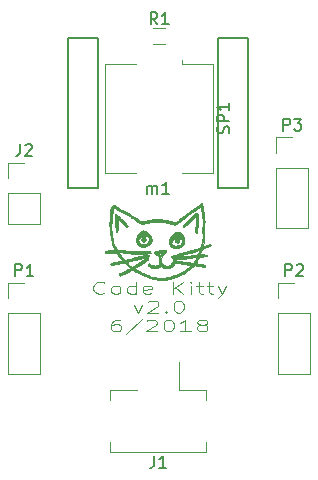
<source format=gbr>
G04 #@! TF.FileFunction,Legend,Top*
%FSLAX46Y46*%
G04 Gerber Fmt 4.6, Leading zero omitted, Abs format (unit mm)*
G04 Created by KiCad (PCBNEW 4.0.7) date 06/11/18 13:15:31*
%MOMM*%
%LPD*%
G01*
G04 APERTURE LIST*
%ADD10C,0.100000*%
%ADD11C,0.150000*%
%ADD12C,0.120000*%
%ADD13C,0.010000*%
G04 APERTURE END LIST*
D10*
X152252943Y-135028143D02*
X152181514Y-135075762D01*
X151967228Y-135123381D01*
X151824371Y-135123381D01*
X151610086Y-135075762D01*
X151467228Y-134980524D01*
X151395800Y-134885286D01*
X151324371Y-134694810D01*
X151324371Y-134551952D01*
X151395800Y-134361476D01*
X151467228Y-134266238D01*
X151610086Y-134171000D01*
X151824371Y-134123381D01*
X151967228Y-134123381D01*
X152181514Y-134171000D01*
X152252943Y-134218619D01*
X153110086Y-135123381D02*
X152967228Y-135075762D01*
X152895800Y-135028143D01*
X152824371Y-134932905D01*
X152824371Y-134647190D01*
X152895800Y-134551952D01*
X152967228Y-134504333D01*
X153110086Y-134456714D01*
X153324371Y-134456714D01*
X153467228Y-134504333D01*
X153538657Y-134551952D01*
X153610086Y-134647190D01*
X153610086Y-134932905D01*
X153538657Y-135028143D01*
X153467228Y-135075762D01*
X153324371Y-135123381D01*
X153110086Y-135123381D01*
X154895800Y-135123381D02*
X154895800Y-134123381D01*
X154895800Y-135075762D02*
X154752943Y-135123381D01*
X154467229Y-135123381D01*
X154324371Y-135075762D01*
X154252943Y-135028143D01*
X154181514Y-134932905D01*
X154181514Y-134647190D01*
X154252943Y-134551952D01*
X154324371Y-134504333D01*
X154467229Y-134456714D01*
X154752943Y-134456714D01*
X154895800Y-134504333D01*
X156181514Y-135075762D02*
X156038657Y-135123381D01*
X155752943Y-135123381D01*
X155610086Y-135075762D01*
X155538657Y-134980524D01*
X155538657Y-134599571D01*
X155610086Y-134504333D01*
X155752943Y-134456714D01*
X156038657Y-134456714D01*
X156181514Y-134504333D01*
X156252943Y-134599571D01*
X156252943Y-134694810D01*
X155538657Y-134790048D01*
X158038657Y-135123381D02*
X158038657Y-134123381D01*
X158895800Y-135123381D02*
X158252943Y-134551952D01*
X158895800Y-134123381D02*
X158038657Y-134694810D01*
X159538657Y-135123381D02*
X159538657Y-134456714D01*
X159538657Y-134123381D02*
X159467228Y-134171000D01*
X159538657Y-134218619D01*
X159610085Y-134171000D01*
X159538657Y-134123381D01*
X159538657Y-134218619D01*
X160038657Y-134456714D02*
X160610086Y-134456714D01*
X160252943Y-134123381D02*
X160252943Y-134980524D01*
X160324371Y-135075762D01*
X160467229Y-135123381D01*
X160610086Y-135123381D01*
X160895800Y-134456714D02*
X161467229Y-134456714D01*
X161110086Y-134123381D02*
X161110086Y-134980524D01*
X161181514Y-135075762D01*
X161324372Y-135123381D01*
X161467229Y-135123381D01*
X161824372Y-134456714D02*
X162181515Y-135123381D01*
X162538657Y-134456714D02*
X162181515Y-135123381D01*
X162038657Y-135361476D01*
X161967229Y-135409095D01*
X161824372Y-135456714D01*
X154752944Y-136056714D02*
X155110087Y-136723381D01*
X155467229Y-136056714D01*
X155967229Y-135818619D02*
X156038658Y-135771000D01*
X156181515Y-135723381D01*
X156538658Y-135723381D01*
X156681515Y-135771000D01*
X156752944Y-135818619D01*
X156824372Y-135913857D01*
X156824372Y-136009095D01*
X156752944Y-136151952D01*
X155895801Y-136723381D01*
X156824372Y-136723381D01*
X157467229Y-136628143D02*
X157538657Y-136675762D01*
X157467229Y-136723381D01*
X157395800Y-136675762D01*
X157467229Y-136628143D01*
X157467229Y-136723381D01*
X158467229Y-135723381D02*
X158610086Y-135723381D01*
X158752943Y-135771000D01*
X158824372Y-135818619D01*
X158895801Y-135913857D01*
X158967229Y-136104333D01*
X158967229Y-136342429D01*
X158895801Y-136532905D01*
X158824372Y-136628143D01*
X158752943Y-136675762D01*
X158610086Y-136723381D01*
X158467229Y-136723381D01*
X158324372Y-136675762D01*
X158252943Y-136628143D01*
X158181515Y-136532905D01*
X158110086Y-136342429D01*
X158110086Y-136104333D01*
X158181515Y-135913857D01*
X158252943Y-135818619D01*
X158324372Y-135771000D01*
X158467229Y-135723381D01*
X153538658Y-137323381D02*
X153252944Y-137323381D01*
X153110087Y-137371000D01*
X153038658Y-137418619D01*
X152895801Y-137561476D01*
X152824372Y-137751952D01*
X152824372Y-138132905D01*
X152895801Y-138228143D01*
X152967229Y-138275762D01*
X153110087Y-138323381D01*
X153395801Y-138323381D01*
X153538658Y-138275762D01*
X153610087Y-138228143D01*
X153681515Y-138132905D01*
X153681515Y-137894810D01*
X153610087Y-137799571D01*
X153538658Y-137751952D01*
X153395801Y-137704333D01*
X153110087Y-137704333D01*
X152967229Y-137751952D01*
X152895801Y-137799571D01*
X152824372Y-137894810D01*
X155395800Y-137275762D02*
X154110086Y-138561476D01*
X155824372Y-137418619D02*
X155895801Y-137371000D01*
X156038658Y-137323381D01*
X156395801Y-137323381D01*
X156538658Y-137371000D01*
X156610087Y-137418619D01*
X156681515Y-137513857D01*
X156681515Y-137609095D01*
X156610087Y-137751952D01*
X155752944Y-138323381D01*
X156681515Y-138323381D01*
X157610086Y-137323381D02*
X157752943Y-137323381D01*
X157895800Y-137371000D01*
X157967229Y-137418619D01*
X158038658Y-137513857D01*
X158110086Y-137704333D01*
X158110086Y-137942429D01*
X158038658Y-138132905D01*
X157967229Y-138228143D01*
X157895800Y-138275762D01*
X157752943Y-138323381D01*
X157610086Y-138323381D01*
X157467229Y-138275762D01*
X157395800Y-138228143D01*
X157324372Y-138132905D01*
X157252943Y-137942429D01*
X157252943Y-137704333D01*
X157324372Y-137513857D01*
X157395800Y-137418619D01*
X157467229Y-137371000D01*
X157610086Y-137323381D01*
X159538657Y-138323381D02*
X158681514Y-138323381D01*
X159110086Y-138323381D02*
X159110086Y-137323381D01*
X158967229Y-137466238D01*
X158824371Y-137561476D01*
X158681514Y-137609095D01*
X160395800Y-137751952D02*
X160252942Y-137704333D01*
X160181514Y-137656714D01*
X160110085Y-137561476D01*
X160110085Y-137513857D01*
X160181514Y-137418619D01*
X160252942Y-137371000D01*
X160395800Y-137323381D01*
X160681514Y-137323381D01*
X160824371Y-137371000D01*
X160895800Y-137418619D01*
X160967228Y-137513857D01*
X160967228Y-137561476D01*
X160895800Y-137656714D01*
X160824371Y-137704333D01*
X160681514Y-137751952D01*
X160395800Y-137751952D01*
X160252942Y-137799571D01*
X160181514Y-137847190D01*
X160110085Y-137942429D01*
X160110085Y-138132905D01*
X160181514Y-138228143D01*
X160252942Y-138275762D01*
X160395800Y-138323381D01*
X160681514Y-138323381D01*
X160824371Y-138275762D01*
X160895800Y-138228143D01*
X160967228Y-138132905D01*
X160967228Y-137942429D01*
X160895800Y-137847190D01*
X160824371Y-137799571D01*
X160681514Y-137751952D01*
D11*
X161861500Y-113512600D02*
X164401500Y-113512600D01*
X164401500Y-113512600D02*
X164401500Y-126212600D01*
X164401500Y-126212600D02*
X161861500Y-126212600D01*
X161861500Y-126212600D02*
X161861500Y-113512600D01*
X149161500Y-113512600D02*
X151701500Y-113512600D01*
X151701500Y-113512600D02*
X151701500Y-126212600D01*
X151701500Y-126212600D02*
X149161500Y-126212600D01*
X149161500Y-126212600D02*
X149161500Y-113512600D01*
D12*
X160869200Y-147680000D02*
X160869200Y-148505000D01*
X160869200Y-148505000D02*
X152719200Y-148505000D01*
X152719200Y-148505000D02*
X152719200Y-147680000D01*
X160869200Y-144130000D02*
X160869200Y-143305000D01*
X160869200Y-143305000D02*
X158569200Y-143305000D01*
X152719200Y-144130000D02*
X152719200Y-143305000D01*
X152719200Y-143305000D02*
X155019200Y-143305000D01*
X158569200Y-143305000D02*
X158569200Y-140905000D01*
X144110400Y-129219000D02*
X146770400Y-129219000D01*
X144110400Y-126619000D02*
X144110400Y-129219000D01*
X146770400Y-126619000D02*
X146770400Y-129219000D01*
X144110400Y-126619000D02*
X146770400Y-126619000D01*
X144110400Y-125349000D02*
X144110400Y-124019000D01*
X144110400Y-124019000D02*
X145440400Y-124019000D01*
X144110400Y-141919000D02*
X146770400Y-141919000D01*
X144110400Y-136779000D02*
X144110400Y-141919000D01*
X146770400Y-136779000D02*
X146770400Y-141919000D01*
X144110400Y-136779000D02*
X146770400Y-136779000D01*
X144110400Y-135509000D02*
X144110400Y-134179000D01*
X144110400Y-134179000D02*
X145440400Y-134179000D01*
X166970400Y-141919000D02*
X169630400Y-141919000D01*
X166970400Y-136779000D02*
X166970400Y-141919000D01*
X169630400Y-136779000D02*
X169630400Y-141919000D01*
X166970400Y-136779000D02*
X169630400Y-136779000D01*
X166970400Y-135509000D02*
X166970400Y-134179000D01*
X166970400Y-134179000D02*
X168300400Y-134179000D01*
X166818000Y-129600000D02*
X169478000Y-129600000D01*
X166818000Y-124460000D02*
X166818000Y-129600000D01*
X169478000Y-124460000D02*
X169478000Y-129600000D01*
X166818000Y-124460000D02*
X169478000Y-124460000D01*
X166818000Y-123190000D02*
X166818000Y-121860000D01*
X166818000Y-121860000D02*
X168148000Y-121860000D01*
X157395800Y-113989400D02*
X156395800Y-113989400D01*
X156395800Y-112629400D02*
X157395800Y-112629400D01*
X158830400Y-115659000D02*
X158830400Y-115329000D01*
X152260400Y-115659000D02*
X154910400Y-115659000D01*
X152260400Y-124879000D02*
X152260400Y-115659000D01*
X154910400Y-124879000D02*
X152260400Y-124879000D01*
X161480400Y-124879000D02*
X158830400Y-124879000D01*
X161480400Y-115659000D02*
X161480400Y-124879000D01*
X158830400Y-115659000D02*
X161480400Y-115659000D01*
D13*
G36*
X160494656Y-127469190D02*
X160521744Y-127510947D01*
X160545664Y-127591163D01*
X160569085Y-127713908D01*
X160594061Y-127878904D01*
X160614458Y-128023792D01*
X160633469Y-128161826D01*
X160649331Y-128279992D01*
X160660280Y-128365276D01*
X160662551Y-128384300D01*
X160673684Y-128473729D01*
X160689211Y-128589348D01*
X160705897Y-128707121D01*
X160706978Y-128714500D01*
X160722084Y-128878581D01*
X160724413Y-129061627D01*
X160719951Y-129159000D01*
X160714605Y-129258318D01*
X160709382Y-129396616D01*
X160704611Y-129562074D01*
X160700623Y-129742873D01*
X160697749Y-129927193D01*
X160697249Y-129971800D01*
X160689354Y-130291414D01*
X160672592Y-130562820D01*
X160646764Y-130787864D01*
X160611667Y-130968392D01*
X160576373Y-131083082D01*
X160564343Y-131127448D01*
X160578660Y-131135451D01*
X160584676Y-131133425D01*
X160620076Y-131119549D01*
X160692014Y-131091307D01*
X160789747Y-131052917D01*
X160893624Y-131012100D01*
X161011866Y-130966128D01*
X161091965Y-130937331D01*
X161142918Y-130923957D01*
X161173726Y-130924258D01*
X161193386Y-130936482D01*
X161205508Y-130951433D01*
X161232923Y-131011821D01*
X161213937Y-131059460D01*
X161146497Y-131098912D01*
X161137600Y-131102360D01*
X161078090Y-131125501D01*
X160985171Y-131162478D01*
X160872435Y-131207854D01*
X160773258Y-131248118D01*
X160497816Y-131360406D01*
X160424008Y-131544112D01*
X160388738Y-131636245D01*
X160362643Y-131712697D01*
X160350525Y-131759198D01*
X160350200Y-131763350D01*
X160361220Y-131780036D01*
X160399154Y-131791774D01*
X160471308Y-131799710D01*
X160584992Y-131804986D01*
X160623250Y-131806090D01*
X160743870Y-131809836D01*
X160822895Y-131814847D01*
X160869525Y-131823226D01*
X160892958Y-131837080D01*
X160902392Y-131858510D01*
X160904411Y-131870409D01*
X160898657Y-131912698D01*
X160864053Y-131943174D01*
X160795330Y-131963301D01*
X160687218Y-131974544D01*
X160534449Y-131978369D01*
X160516024Y-131978400D01*
X160398570Y-131978846D01*
X160323317Y-131981448D01*
X160281668Y-131988103D01*
X160265025Y-132000707D01*
X160264788Y-132021156D01*
X160267679Y-132033171D01*
X160270360Y-132070600D01*
X160257251Y-132072646D01*
X160238330Y-132088283D01*
X160206176Y-132142435D01*
X160165606Y-132226137D01*
X160129529Y-132310313D01*
X160084042Y-132419769D01*
X160056596Y-132494493D01*
X160052701Y-132542201D01*
X160077866Y-132570611D01*
X160137601Y-132587437D01*
X160237416Y-132600396D01*
X160345404Y-132612636D01*
X160455325Y-132629647D01*
X160555619Y-132651985D01*
X160627723Y-132675369D01*
X160637504Y-132679990D01*
X160703171Y-132713720D01*
X160753797Y-132738886D01*
X160756600Y-132740220D01*
X160787461Y-132776724D01*
X160803097Y-132829244D01*
X160805880Y-132871662D01*
X160792674Y-132890358D01*
X160751116Y-132891367D01*
X160691359Y-132883799D01*
X160613654Y-132869025D01*
X160555651Y-132850646D01*
X160541362Y-132842550D01*
X160505160Y-132829101D01*
X160430229Y-132811851D01*
X160328258Y-132793225D01*
X160234186Y-132778838D01*
X160117650Y-132761861D01*
X160017371Y-132746111D01*
X159945552Y-132733572D01*
X159916885Y-132727219D01*
X159873063Y-132736054D01*
X159819831Y-132776398D01*
X159815099Y-132781376D01*
X159764214Y-132829900D01*
X159682738Y-132900386D01*
X159580930Y-132984598D01*
X159469049Y-133074299D01*
X159357353Y-133161254D01*
X159256102Y-133237226D01*
X159181800Y-133289799D01*
X159080518Y-133350501D01*
X158944033Y-133421740D01*
X158785233Y-133497698D01*
X158617009Y-133572555D01*
X158452252Y-133640490D01*
X158303850Y-133695684D01*
X158229082Y-133719947D01*
X158093695Y-133760597D01*
X157938341Y-133807326D01*
X157791682Y-133851510D01*
X157759400Y-133861249D01*
X157456312Y-133927473D01*
X157127145Y-133951492D01*
X156774186Y-133933243D01*
X156514800Y-133895398D01*
X156383250Y-133869741D01*
X156265082Y-133843596D01*
X156171742Y-133819711D01*
X156114676Y-133800836D01*
X156108400Y-133797781D01*
X156057861Y-133773518D01*
X155973669Y-133736884D01*
X155869574Y-133693762D01*
X155803600Y-133667347D01*
X155669561Y-133612309D01*
X155515386Y-133545800D01*
X155366468Y-133478875D01*
X155308300Y-133451741D01*
X155193042Y-133398620D01*
X155083620Y-133350761D01*
X154994771Y-133314479D01*
X154952700Y-133299349D01*
X154874001Y-133265892D01*
X154781068Y-133214453D01*
X154724498Y-133177397D01*
X154653423Y-133129787D01*
X154597261Y-133097299D01*
X154572098Y-133087769D01*
X154538167Y-133100413D01*
X154476184Y-133133011D01*
X154413713Y-133169911D01*
X154222622Y-133284272D01*
X154058056Y-133375184D01*
X153974800Y-133416859D01*
X153827073Y-133486585D01*
X153718202Y-133536743D01*
X153641313Y-133569885D01*
X153589531Y-133588564D01*
X153555981Y-133595334D01*
X153533790Y-133592746D01*
X153519828Y-133585802D01*
X153490288Y-133543597D01*
X153479500Y-133486931D01*
X153484838Y-133444455D01*
X153507774Y-133411426D01*
X153558689Y-133377949D01*
X153631900Y-133341664D01*
X153810238Y-133256708D01*
X153975122Y-133176453D01*
X154118852Y-133104756D01*
X154233729Y-133045469D01*
X154312052Y-133002449D01*
X154325210Y-132994569D01*
X154408921Y-132942935D01*
X154299810Y-132847093D01*
X154220303Y-132775702D01*
X154127960Y-132690575D01*
X154063700Y-132630028D01*
X153990775Y-132564260D01*
X153938406Y-132529470D01*
X153893446Y-132518625D01*
X153860500Y-132521321D01*
X153617783Y-132561845D01*
X153419723Y-132596448D01*
X153260663Y-132626222D01*
X153134944Y-132652256D01*
X153036909Y-132675640D01*
X152985234Y-132689971D01*
X152896488Y-132715027D01*
X152841978Y-132724875D01*
X152807609Y-132719949D01*
X152779286Y-132700686D01*
X152774566Y-132696477D01*
X152740163Y-132640126D01*
X152742200Y-132580194D01*
X152779869Y-132536767D01*
X152781000Y-132536195D01*
X152837255Y-132516530D01*
X152933260Y-132491657D01*
X153058515Y-132463840D01*
X153074940Y-132460590D01*
X154132250Y-132460590D01*
X154155600Y-132489784D01*
X154207565Y-132541346D01*
X154278329Y-132606699D01*
X154358074Y-132677265D01*
X154436984Y-132744467D01*
X154505243Y-132799728D01*
X154553033Y-132834471D01*
X154568781Y-132842000D01*
X154600958Y-132829530D01*
X154667011Y-132795510D01*
X154757557Y-132745016D01*
X154863211Y-132683130D01*
X154871807Y-132677976D01*
X154990532Y-132605804D01*
X155106129Y-132534032D01*
X155204584Y-132471445D01*
X155266816Y-132430326D01*
X155344274Y-132377358D01*
X155446083Y-132307959D01*
X155554540Y-132234190D01*
X155594583Y-132207000D01*
X155677752Y-132147650D01*
X155737629Y-132099175D01*
X155766972Y-132067813D01*
X155765854Y-132059460D01*
X155732376Y-132062997D01*
X155657715Y-132076965D01*
X155549971Y-132099473D01*
X155417243Y-132128628D01*
X155267632Y-132162539D01*
X155109236Y-132199314D01*
X154950156Y-132237061D01*
X154798492Y-132273887D01*
X154662343Y-132307903D01*
X154549808Y-132337214D01*
X154468988Y-132359931D01*
X154441146Y-132368872D01*
X154347689Y-132396738D01*
X154247191Y-132419663D01*
X154233515Y-132422103D01*
X154169404Y-132437286D01*
X154134550Y-132454156D01*
X154132250Y-132460590D01*
X153074940Y-132460590D01*
X153202522Y-132435346D01*
X153354782Y-132408440D01*
X153425625Y-132397077D01*
X153535906Y-132378669D01*
X153629112Y-132360625D01*
X153692531Y-132345536D01*
X153711213Y-132338859D01*
X153717512Y-132319388D01*
X153698264Y-132278180D01*
X153650528Y-132210672D01*
X153571361Y-132112300D01*
X153544208Y-132079847D01*
X153460861Y-131977474D01*
X153385906Y-131879329D01*
X153327910Y-131797011D01*
X153296720Y-131744856D01*
X153250900Y-131649479D01*
X153073100Y-131667889D01*
X152968203Y-131675904D01*
X152834073Y-131682153D01*
X152692268Y-131685760D01*
X152621294Y-131686300D01*
X152492846Y-131684778D01*
X152406646Y-131679492D01*
X152354215Y-131669356D01*
X152327071Y-131653286D01*
X152323233Y-131648200D01*
X152302000Y-131587572D01*
X152302839Y-131524341D01*
X152325214Y-131482309D01*
X152327002Y-131481120D01*
X152362090Y-131474773D01*
X152437304Y-131470176D01*
X152541986Y-131467725D01*
X152665481Y-131467816D01*
X152680212Y-131468005D01*
X152809686Y-131468469D01*
X152925972Y-131466406D01*
X153016779Y-131462200D01*
X153069814Y-131456231D01*
X153071485Y-131455835D01*
X153108359Y-131441008D01*
X153124059Y-131415215D01*
X153116954Y-131371164D01*
X153085415Y-131301560D01*
X153027811Y-131199110D01*
X153005799Y-131161880D01*
X152966918Y-131093773D01*
X152937312Y-131031947D01*
X152913927Y-130965585D01*
X152893705Y-130883870D01*
X152873592Y-130775987D01*
X152850530Y-130631120D01*
X152844328Y-130590380D01*
X152817709Y-130415815D01*
X152788121Y-130223558D01*
X152758857Y-130034911D01*
X152733212Y-129871177D01*
X152729045Y-129844800D01*
X152706034Y-129655675D01*
X152817526Y-129655675D01*
X152829196Y-129768209D01*
X152854240Y-129923414D01*
X152893067Y-130124252D01*
X152895831Y-130137755D01*
X152926645Y-130291548D01*
X152954352Y-130436692D01*
X152976986Y-130562358D01*
X152992584Y-130657716D01*
X152998640Y-130704501D01*
X153017980Y-130795746D01*
X153056071Y-130901081D01*
X153085635Y-130962400D01*
X153140096Y-131063633D01*
X153201735Y-131180322D01*
X153243594Y-131260850D01*
X153325303Y-131419600D01*
X153524099Y-131419600D01*
X153619263Y-131423553D01*
X153750419Y-131434452D01*
X153903458Y-131450857D01*
X154064269Y-131471325D01*
X154147298Y-131483249D01*
X154272548Y-131501714D01*
X154378490Y-131515980D01*
X154473936Y-131526366D01*
X154567698Y-131533193D01*
X154668589Y-131536782D01*
X154785421Y-131537455D01*
X154927006Y-131535530D01*
X155102157Y-131531330D01*
X155308300Y-131525506D01*
X155498415Y-131520399D01*
X155673292Y-131516490D01*
X155826121Y-131513870D01*
X155950092Y-131512628D01*
X156038394Y-131512853D01*
X156084218Y-131514636D01*
X156087899Y-131515240D01*
X156122262Y-131545849D01*
X156146885Y-131602964D01*
X156154901Y-131663191D01*
X156142326Y-131700633D01*
X156112350Y-131706444D01*
X156037915Y-131712434D01*
X155925358Y-131718340D01*
X155781020Y-131723895D01*
X155611239Y-131728837D01*
X155422352Y-131732901D01*
X155333306Y-131734366D01*
X155078074Y-131737472D01*
X154864233Y-131738115D01*
X154682408Y-131735753D01*
X154523227Y-131729841D01*
X154377317Y-131719835D01*
X154235304Y-131705192D01*
X154087814Y-131685369D01*
X153925475Y-131659821D01*
X153860500Y-131648932D01*
X153748041Y-131634054D01*
X153629473Y-131624643D01*
X153572170Y-131622947D01*
X153436241Y-131622800D01*
X153495970Y-131723300D01*
X153552143Y-131807738D01*
X153627073Y-131906787D01*
X153711397Y-132009501D01*
X153795752Y-132104931D01*
X153870774Y-132182131D01*
X153927099Y-132230154D01*
X153932486Y-132233638D01*
X153957445Y-132248335D01*
X153981904Y-132258427D01*
X154011905Y-132262818D01*
X154053490Y-132260415D01*
X154112703Y-132250123D01*
X154195586Y-132230847D01*
X154308182Y-132201492D01*
X154456534Y-132160964D01*
X154646684Y-132108169D01*
X154686791Y-132097007D01*
X154856965Y-132050521D01*
X155040143Y-132001938D01*
X155218116Y-131956000D01*
X155372676Y-131917445D01*
X155423391Y-131905265D01*
X155607832Y-131862686D01*
X155749134Y-131833224D01*
X155853202Y-131816745D01*
X155925938Y-131813120D01*
X155973247Y-131822216D01*
X156001031Y-131843903D01*
X156015196Y-131878049D01*
X156017890Y-131892042D01*
X156010323Y-131969001D01*
X155962352Y-132017317D01*
X155897956Y-132031490D01*
X155816300Y-132033781D01*
X155898850Y-132057617D01*
X155955322Y-132080600D01*
X155977862Y-132117743D01*
X155981400Y-132170254D01*
X155973571Y-132235850D01*
X155942518Y-132271605D01*
X155915226Y-132284216D01*
X155871060Y-132306803D01*
X155794088Y-132352013D01*
X155693666Y-132414126D01*
X155579149Y-132487425D01*
X155527876Y-132520977D01*
X155395871Y-132606662D01*
X155260092Y-132692602D01*
X155134768Y-132769925D01*
X155034126Y-132829761D01*
X155016200Y-132839985D01*
X154927228Y-132891068D01*
X154855135Y-132934166D01*
X154811594Y-132962238D01*
X154805147Y-132967319D01*
X154817746Y-132986191D01*
X154867329Y-133022589D01*
X154945252Y-133071704D01*
X155042872Y-133128727D01*
X155151546Y-133188849D01*
X155262630Y-133247262D01*
X155367482Y-133299155D01*
X155457458Y-133339721D01*
X155511500Y-133360322D01*
X155590823Y-133388443D01*
X155688190Y-133425882D01*
X155791752Y-133467699D01*
X155889662Y-133508953D01*
X155970073Y-133544703D01*
X156021138Y-133570007D01*
X156032271Y-133577514D01*
X156108451Y-133630830D01*
X156229927Y-133677908D01*
X156391400Y-133717081D01*
X156558226Y-133743175D01*
X156683880Y-133758829D01*
X156797853Y-133773081D01*
X156886743Y-133784254D01*
X156933900Y-133790246D01*
X157003557Y-133793724D01*
X157099003Y-133791885D01*
X157201339Y-133785860D01*
X157291667Y-133776780D01*
X157351091Y-133765776D01*
X157353000Y-133765166D01*
X157393835Y-133755973D01*
X157471521Y-133741878D01*
X157572632Y-133725248D01*
X157628366Y-133716632D01*
X157788949Y-133685601D01*
X157968511Y-133639817D01*
X158153410Y-133583756D01*
X158330004Y-133521888D01*
X158484650Y-133458687D01*
X158603707Y-133398625D01*
X158610300Y-133394688D01*
X158657452Y-133365941D01*
X158731539Y-133320561D01*
X158813500Y-133270229D01*
X158908050Y-133215138D01*
X159001799Y-133165420D01*
X159065541Y-133135723D01*
X159182399Y-133071303D01*
X159324074Y-132963786D01*
X159443905Y-132857289D01*
X159494315Y-132817380D01*
X159530362Y-132801580D01*
X159535463Y-132802703D01*
X159564320Y-132794575D01*
X159608478Y-132758391D01*
X159614335Y-132752317D01*
X159673255Y-132689600D01*
X159586277Y-132686592D01*
X159521067Y-132685592D01*
X159479365Y-132687205D01*
X159477604Y-132687473D01*
X159446107Y-132684761D01*
X159373948Y-132674687D01*
X159270503Y-132658673D01*
X159145145Y-132638140D01*
X159083904Y-132627775D01*
X158934657Y-132603453D01*
X158786471Y-132581384D01*
X158654440Y-132563681D01*
X158553659Y-132552460D01*
X158535757Y-132550963D01*
X158432289Y-132541841D01*
X158337221Y-132531172D01*
X158277287Y-132522296D01*
X158223857Y-132517140D01*
X158186547Y-132533492D01*
X158148318Y-132581282D01*
X158131637Y-132607162D01*
X158014619Y-132748030D01*
X157865009Y-132859557D01*
X157695489Y-132933705D01*
X157577437Y-132958431D01*
X157433406Y-132954995D01*
X157277683Y-132917891D01*
X157130649Y-132852849D01*
X157074134Y-132816980D01*
X157025270Y-132788191D01*
X156998898Y-132784345D01*
X156997400Y-132788399D01*
X156975844Y-132818531D01*
X156920626Y-132858006D01*
X156845917Y-132899063D01*
X156765890Y-132933944D01*
X156694718Y-132954890D01*
X156692600Y-132955268D01*
X156574140Y-132961525D01*
X156430274Y-132948124D01*
X156280836Y-132918511D01*
X156145662Y-132876130D01*
X156087599Y-132850193D01*
X155988408Y-132793315D01*
X155931066Y-132742958D01*
X155908894Y-132690620D01*
X155914643Y-132630031D01*
X155948122Y-132577227D01*
X156006540Y-132562467D01*
X156080888Y-132586002D01*
X156135741Y-132623836D01*
X156221229Y-132673253D01*
X156339830Y-132712079D01*
X156474197Y-132735581D01*
X156563059Y-132740400D01*
X156696658Y-132725685D01*
X156792692Y-132680134D01*
X156855497Y-132601637D01*
X156857805Y-132596890D01*
X156876371Y-132551611D01*
X156886178Y-132504722D01*
X156887554Y-132443899D01*
X156880824Y-132356815D01*
X156867290Y-132239094D01*
X156834460Y-131970472D01*
X156650117Y-131815686D01*
X156542055Y-131717514D01*
X156521102Y-131691756D01*
X156819600Y-131691756D01*
X156829512Y-131711968D01*
X156865472Y-131748581D01*
X156912263Y-131788369D01*
X156954666Y-131818109D01*
X156973922Y-131825873D01*
X156999476Y-131809076D01*
X157039993Y-131768850D01*
X157095475Y-131703489D01*
X157112099Y-131667283D01*
X157086511Y-131654133D01*
X157015362Y-131657943D01*
X156981198Y-131661896D01*
X156899388Y-131673430D01*
X156840186Y-131684780D01*
X156819600Y-131691756D01*
X156521102Y-131691756D01*
X156479312Y-131640383D01*
X156462357Y-131581478D01*
X156491659Y-131537982D01*
X156567686Y-131507082D01*
X156690907Y-131485961D01*
X156705300Y-131484338D01*
X156814652Y-131469874D01*
X156941985Y-131449391D01*
X157035500Y-131432045D01*
X157145023Y-131412328D01*
X157253032Y-131396554D01*
X157326724Y-131388927D01*
X157399379Y-131387703D01*
X157440317Y-131401839D01*
X157468102Y-131439442D01*
X157475350Y-131453832D01*
X157494557Y-131502151D01*
X157489602Y-131538947D01*
X157455168Y-131583935D01*
X157434245Y-131606232D01*
X157383933Y-131663554D01*
X157315814Y-131747108D01*
X157241917Y-131842005D01*
X157215769Y-131876675D01*
X157073600Y-132067051D01*
X157075532Y-132257675D01*
X157081752Y-132403543D01*
X157100222Y-132509765D01*
X157135803Y-132586957D01*
X157193358Y-132645735D01*
X157276249Y-132695950D01*
X157364366Y-132734186D01*
X157447368Y-132759079D01*
X157490904Y-132764685D01*
X157633340Y-132740844D01*
X157770171Y-132679167D01*
X157887554Y-132588394D01*
X157971647Y-132477263D01*
X157982941Y-132454067D01*
X158004795Y-132404400D01*
X158025306Y-132364871D01*
X158049806Y-132335246D01*
X158083625Y-132315291D01*
X158132096Y-132304771D01*
X158200549Y-132303453D01*
X158294316Y-132311103D01*
X158418728Y-132327487D01*
X158579117Y-132352370D01*
X158780813Y-132385518D01*
X158940500Y-132412034D01*
X159099038Y-132437968D01*
X159220925Y-132456677D01*
X159319550Y-132469703D01*
X159408299Y-132478589D01*
X159500559Y-132484878D01*
X159609719Y-132490112D01*
X159623054Y-132490678D01*
X159823008Y-132499100D01*
X159946625Y-132259637D01*
X159996598Y-132161105D01*
X160035571Y-132080934D01*
X160058999Y-132028693D01*
X160063556Y-132013490D01*
X160035346Y-132012635D01*
X159969301Y-132019378D01*
X159877503Y-132031884D01*
X159772033Y-132048320D01*
X159664973Y-132066852D01*
X159568405Y-132085645D01*
X159524700Y-132095296D01*
X159456621Y-132106915D01*
X159346887Y-132120435D01*
X159204562Y-132134977D01*
X159038715Y-132149660D01*
X158858413Y-132163606D01*
X158731133Y-132172286D01*
X158521019Y-132185320D01*
X158356140Y-132193993D01*
X158231087Y-132197916D01*
X158140449Y-132196698D01*
X158078817Y-132189949D01*
X158040782Y-132177279D01*
X158020933Y-132158299D01*
X158013862Y-132132619D01*
X158013400Y-132120558D01*
X157992093Y-132092161D01*
X157940486Y-132063642D01*
X157937200Y-132062374D01*
X157884257Y-132030653D01*
X157865969Y-132001364D01*
X158330900Y-132001364D01*
X158483300Y-131990536D01*
X158569321Y-131985212D01*
X158689910Y-131978789D01*
X158828870Y-131972085D01*
X158965900Y-131966091D01*
X159108957Y-131957527D01*
X159251009Y-131944421D01*
X159375178Y-131928595D01*
X159461200Y-131912697D01*
X159561032Y-131891544D01*
X159690060Y-131868225D01*
X159827021Y-131846465D01*
X159890073Y-131837569D01*
X160000080Y-131821907D01*
X160089991Y-131807375D01*
X160148745Y-131795865D01*
X160165660Y-131790406D01*
X160179618Y-131762266D01*
X160205079Y-131699547D01*
X160236643Y-131615574D01*
X160238017Y-131611796D01*
X160269260Y-131520800D01*
X160277823Y-131468299D01*
X160257738Y-131449524D01*
X160203038Y-131459709D01*
X160107754Y-131494084D01*
X160096200Y-131498502D01*
X159982657Y-131539142D01*
X159863511Y-131575292D01*
X159726229Y-131610262D01*
X159558279Y-131647362D01*
X159445232Y-131670489D01*
X159302336Y-131702908D01*
X159145707Y-131744351D01*
X159002749Y-131787414D01*
X158963204Y-131800732D01*
X158830965Y-131845691D01*
X158685887Y-131893114D01*
X158555567Y-131934011D01*
X158534100Y-131940498D01*
X158330900Y-132001364D01*
X157865969Y-132001364D01*
X157861046Y-131993480D01*
X157861000Y-131992010D01*
X157873061Y-131962431D01*
X157912760Y-131933065D01*
X157985371Y-131901738D01*
X158096168Y-131866275D01*
X158250424Y-131824502D01*
X158294381Y-131813325D01*
X158440343Y-131773388D01*
X158606253Y-131723114D01*
X158764846Y-131670917D01*
X158826200Y-131649176D01*
X158957634Y-131605223D01*
X159118610Y-131557436D01*
X159288781Y-131511567D01*
X159447799Y-131473369D01*
X159448500Y-131473214D01*
X159608339Y-131435995D01*
X159780478Y-131392797D01*
X159944203Y-131348985D01*
X160078494Y-131310020D01*
X160194609Y-131273100D01*
X160282876Y-131238539D01*
X160348434Y-131198760D01*
X160396424Y-131146191D01*
X160431985Y-131073256D01*
X160460258Y-130972383D01*
X160486383Y-130835996D01*
X160513523Y-130668961D01*
X160537866Y-130510454D01*
X160553868Y-130387666D01*
X160562289Y-130286335D01*
X160563887Y-130192200D01*
X160559419Y-130091001D01*
X160550352Y-129976510D01*
X160537645Y-129755292D01*
X160541626Y-129546645D01*
X160555220Y-129382339D01*
X160566958Y-129237580D01*
X160573879Y-129085432D01*
X160575239Y-128947551D01*
X160572694Y-128874339D01*
X160564673Y-128781106D01*
X160551253Y-128660941D01*
X160533705Y-128522239D01*
X160513299Y-128373399D01*
X160491307Y-128222818D01*
X160469000Y-128078893D01*
X160447649Y-127950021D01*
X160428524Y-127844600D01*
X160412898Y-127771027D01*
X160402040Y-127737699D01*
X160400483Y-127736600D01*
X160373677Y-127750551D01*
X160316252Y-127787879D01*
X160238465Y-127841790D01*
X160199137Y-127869950D01*
X160107742Y-127935371D01*
X159988810Y-128019558D01*
X159856627Y-128112442D01*
X159725481Y-128203955D01*
X159703527Y-128219200D01*
X159577908Y-128308124D01*
X159452951Y-128399665D01*
X159341532Y-128484194D01*
X159256525Y-128552083D01*
X159242623Y-128563850D01*
X159162962Y-128628459D01*
X159054802Y-128710852D01*
X158931976Y-128800724D01*
X158808315Y-128887773D01*
X158800800Y-128892937D01*
X158692707Y-128967864D01*
X158598875Y-129034391D01*
X158527760Y-129086412D01*
X158487822Y-129117820D01*
X158483300Y-129122176D01*
X158448643Y-129150366D01*
X158385507Y-129193149D01*
X158328630Y-129228494D01*
X158199360Y-129305908D01*
X158061930Y-129254884D01*
X157963916Y-129223885D01*
X157842967Y-129193059D01*
X157734000Y-129170723D01*
X157621671Y-129149962D01*
X157511635Y-129127621D01*
X157429200Y-129108891D01*
X157361360Y-129096058D01*
X157256115Y-129081128D01*
X157126717Y-129065781D01*
X156986422Y-129051694D01*
X156955780Y-129048963D01*
X156796698Y-129036457D01*
X156669795Y-129030675D01*
X156556856Y-129031929D01*
X156439667Y-129040529D01*
X156300013Y-129056787D01*
X156269980Y-129060696D01*
X156078232Y-129086918D01*
X155927897Y-129110170D01*
X155809823Y-129132369D01*
X155714858Y-129155430D01*
X155633851Y-129181270D01*
X155566544Y-129207958D01*
X155458990Y-129247643D01*
X155378359Y-129256794D01*
X155309183Y-129232873D01*
X155235994Y-129173344D01*
X155212622Y-129149894D01*
X155145068Y-129090560D01*
X155047469Y-129017673D01*
X154934509Y-128941764D01*
X154851433Y-128890871D01*
X154737668Y-128821363D01*
X154629345Y-128749946D01*
X154540679Y-128686264D01*
X154495833Y-128649569D01*
X154414737Y-128580405D01*
X154328778Y-128518604D01*
X154228357Y-128458664D01*
X154103877Y-128395087D01*
X153945738Y-128322371D01*
X153856647Y-128283297D01*
X153698353Y-128214329D01*
X153577632Y-128160410D01*
X153485384Y-128116533D01*
X153412509Y-128077690D01*
X153349907Y-128038874D01*
X153288477Y-127995079D01*
X153219120Y-127941297D01*
X153183247Y-127912780D01*
X153092368Y-127842066D01*
X153029924Y-127803084D01*
X152989944Y-127799528D01*
X152966459Y-127835093D01*
X152953500Y-127913473D01*
X152945097Y-128038361D01*
X152943883Y-128060924D01*
X152934694Y-128197275D01*
X152921704Y-128346868D01*
X152907624Y-128478703D01*
X152906738Y-128485900D01*
X152895943Y-128586496D01*
X152883794Y-128722134D01*
X152871580Y-128877125D01*
X152860590Y-129035780D01*
X152857661Y-129082800D01*
X152848302Y-129228453D01*
X152838538Y-129364681D01*
X152829302Y-129479473D01*
X152821526Y-129560817D01*
X152818817Y-129582853D01*
X152817526Y-129655675D01*
X152706034Y-129655675D01*
X152694139Y-129557912D01*
X152679276Y-129258387D01*
X152684369Y-128935651D01*
X152709330Y-128579127D01*
X152717888Y-128491077D01*
X152731506Y-128348353D01*
X152742916Y-128211908D01*
X152751072Y-128095502D01*
X152754930Y-128012892D01*
X152755098Y-128000945D01*
X152771018Y-127880625D01*
X152812868Y-127764376D01*
X152873137Y-127668237D01*
X152937134Y-127612044D01*
X153002205Y-127589669D01*
X153072055Y-127598090D01*
X153154408Y-127640324D01*
X153256988Y-127719390D01*
X153293457Y-127751275D01*
X153466624Y-127881046D01*
X153688454Y-128005092D01*
X153719489Y-128020125D01*
X153916311Y-128114249D01*
X154072884Y-128189834D01*
X154194950Y-128249915D01*
X154288252Y-128297527D01*
X154358532Y-128335704D01*
X154411532Y-128367483D01*
X154452994Y-128395898D01*
X154488661Y-128423984D01*
X154497177Y-128431167D01*
X154613473Y-128522746D01*
X154758955Y-128626069D01*
X154917381Y-128730143D01*
X155072509Y-128823976D01*
X155103664Y-128841640D01*
X155193423Y-128897648D01*
X155270972Y-128956275D01*
X155319911Y-129005088D01*
X155320744Y-129006241D01*
X155371864Y-129078032D01*
X155543282Y-129004903D01*
X155634879Y-128968607D01*
X155713831Y-128942238D01*
X155763823Y-128931208D01*
X155765500Y-128931153D01*
X155816065Y-128925575D01*
X155897466Y-128911651D01*
X155981400Y-128894650D01*
X156173607Y-128854824D01*
X156328413Y-128827593D01*
X156457187Y-128811335D01*
X156571300Y-128804431D01*
X156617928Y-128803931D01*
X156726335Y-128808282D01*
X156869876Y-128819661D01*
X157033641Y-128836393D01*
X157202713Y-128856805D01*
X157362181Y-128879222D01*
X157497131Y-128901970D01*
X157505400Y-128903556D01*
X157603347Y-128922282D01*
X157724641Y-128945125D01*
X157840302Y-128966637D01*
X157949207Y-128990307D01*
X158051436Y-129018576D01*
X158125859Y-129045559D01*
X158129061Y-129047048D01*
X158209274Y-129074424D01*
X158256211Y-129068072D01*
X158288567Y-129045743D01*
X158354176Y-129000598D01*
X158444409Y-128938570D01*
X158550635Y-128865593D01*
X158585720Y-128841500D01*
X158714714Y-128751207D01*
X158848752Y-128654494D01*
X158972207Y-128562799D01*
X159069449Y-128487563D01*
X159071524Y-128485900D01*
X159171409Y-128406971D01*
X159272507Y-128329128D01*
X159357567Y-128265591D01*
X159380357Y-128249180D01*
X159459601Y-128191188D01*
X159531855Y-128135324D01*
X159562800Y-128109744D01*
X159609261Y-128074007D01*
X159687208Y-128018807D01*
X159785309Y-127952017D01*
X159880300Y-127889258D01*
X160019200Y-127798604D01*
X160122815Y-127730096D01*
X160198545Y-127678340D01*
X160253791Y-127637940D01*
X160295954Y-127603503D01*
X160332433Y-127569632D01*
X160367673Y-127533990D01*
X160420291Y-127484780D01*
X160461728Y-127461824D01*
X160494656Y-127469190D01*
X160494656Y-127469190D01*
G37*
X160494656Y-127469190D02*
X160521744Y-127510947D01*
X160545664Y-127591163D01*
X160569085Y-127713908D01*
X160594061Y-127878904D01*
X160614458Y-128023792D01*
X160633469Y-128161826D01*
X160649331Y-128279992D01*
X160660280Y-128365276D01*
X160662551Y-128384300D01*
X160673684Y-128473729D01*
X160689211Y-128589348D01*
X160705897Y-128707121D01*
X160706978Y-128714500D01*
X160722084Y-128878581D01*
X160724413Y-129061627D01*
X160719951Y-129159000D01*
X160714605Y-129258318D01*
X160709382Y-129396616D01*
X160704611Y-129562074D01*
X160700623Y-129742873D01*
X160697749Y-129927193D01*
X160697249Y-129971800D01*
X160689354Y-130291414D01*
X160672592Y-130562820D01*
X160646764Y-130787864D01*
X160611667Y-130968392D01*
X160576373Y-131083082D01*
X160564343Y-131127448D01*
X160578660Y-131135451D01*
X160584676Y-131133425D01*
X160620076Y-131119549D01*
X160692014Y-131091307D01*
X160789747Y-131052917D01*
X160893624Y-131012100D01*
X161011866Y-130966128D01*
X161091965Y-130937331D01*
X161142918Y-130923957D01*
X161173726Y-130924258D01*
X161193386Y-130936482D01*
X161205508Y-130951433D01*
X161232923Y-131011821D01*
X161213937Y-131059460D01*
X161146497Y-131098912D01*
X161137600Y-131102360D01*
X161078090Y-131125501D01*
X160985171Y-131162478D01*
X160872435Y-131207854D01*
X160773258Y-131248118D01*
X160497816Y-131360406D01*
X160424008Y-131544112D01*
X160388738Y-131636245D01*
X160362643Y-131712697D01*
X160350525Y-131759198D01*
X160350200Y-131763350D01*
X160361220Y-131780036D01*
X160399154Y-131791774D01*
X160471308Y-131799710D01*
X160584992Y-131804986D01*
X160623250Y-131806090D01*
X160743870Y-131809836D01*
X160822895Y-131814847D01*
X160869525Y-131823226D01*
X160892958Y-131837080D01*
X160902392Y-131858510D01*
X160904411Y-131870409D01*
X160898657Y-131912698D01*
X160864053Y-131943174D01*
X160795330Y-131963301D01*
X160687218Y-131974544D01*
X160534449Y-131978369D01*
X160516024Y-131978400D01*
X160398570Y-131978846D01*
X160323317Y-131981448D01*
X160281668Y-131988103D01*
X160265025Y-132000707D01*
X160264788Y-132021156D01*
X160267679Y-132033171D01*
X160270360Y-132070600D01*
X160257251Y-132072646D01*
X160238330Y-132088283D01*
X160206176Y-132142435D01*
X160165606Y-132226137D01*
X160129529Y-132310313D01*
X160084042Y-132419769D01*
X160056596Y-132494493D01*
X160052701Y-132542201D01*
X160077866Y-132570611D01*
X160137601Y-132587437D01*
X160237416Y-132600396D01*
X160345404Y-132612636D01*
X160455325Y-132629647D01*
X160555619Y-132651985D01*
X160627723Y-132675369D01*
X160637504Y-132679990D01*
X160703171Y-132713720D01*
X160753797Y-132738886D01*
X160756600Y-132740220D01*
X160787461Y-132776724D01*
X160803097Y-132829244D01*
X160805880Y-132871662D01*
X160792674Y-132890358D01*
X160751116Y-132891367D01*
X160691359Y-132883799D01*
X160613654Y-132869025D01*
X160555651Y-132850646D01*
X160541362Y-132842550D01*
X160505160Y-132829101D01*
X160430229Y-132811851D01*
X160328258Y-132793225D01*
X160234186Y-132778838D01*
X160117650Y-132761861D01*
X160017371Y-132746111D01*
X159945552Y-132733572D01*
X159916885Y-132727219D01*
X159873063Y-132736054D01*
X159819831Y-132776398D01*
X159815099Y-132781376D01*
X159764214Y-132829900D01*
X159682738Y-132900386D01*
X159580930Y-132984598D01*
X159469049Y-133074299D01*
X159357353Y-133161254D01*
X159256102Y-133237226D01*
X159181800Y-133289799D01*
X159080518Y-133350501D01*
X158944033Y-133421740D01*
X158785233Y-133497698D01*
X158617009Y-133572555D01*
X158452252Y-133640490D01*
X158303850Y-133695684D01*
X158229082Y-133719947D01*
X158093695Y-133760597D01*
X157938341Y-133807326D01*
X157791682Y-133851510D01*
X157759400Y-133861249D01*
X157456312Y-133927473D01*
X157127145Y-133951492D01*
X156774186Y-133933243D01*
X156514800Y-133895398D01*
X156383250Y-133869741D01*
X156265082Y-133843596D01*
X156171742Y-133819711D01*
X156114676Y-133800836D01*
X156108400Y-133797781D01*
X156057861Y-133773518D01*
X155973669Y-133736884D01*
X155869574Y-133693762D01*
X155803600Y-133667347D01*
X155669561Y-133612309D01*
X155515386Y-133545800D01*
X155366468Y-133478875D01*
X155308300Y-133451741D01*
X155193042Y-133398620D01*
X155083620Y-133350761D01*
X154994771Y-133314479D01*
X154952700Y-133299349D01*
X154874001Y-133265892D01*
X154781068Y-133214453D01*
X154724498Y-133177397D01*
X154653423Y-133129787D01*
X154597261Y-133097299D01*
X154572098Y-133087769D01*
X154538167Y-133100413D01*
X154476184Y-133133011D01*
X154413713Y-133169911D01*
X154222622Y-133284272D01*
X154058056Y-133375184D01*
X153974800Y-133416859D01*
X153827073Y-133486585D01*
X153718202Y-133536743D01*
X153641313Y-133569885D01*
X153589531Y-133588564D01*
X153555981Y-133595334D01*
X153533790Y-133592746D01*
X153519828Y-133585802D01*
X153490288Y-133543597D01*
X153479500Y-133486931D01*
X153484838Y-133444455D01*
X153507774Y-133411426D01*
X153558689Y-133377949D01*
X153631900Y-133341664D01*
X153810238Y-133256708D01*
X153975122Y-133176453D01*
X154118852Y-133104756D01*
X154233729Y-133045469D01*
X154312052Y-133002449D01*
X154325210Y-132994569D01*
X154408921Y-132942935D01*
X154299810Y-132847093D01*
X154220303Y-132775702D01*
X154127960Y-132690575D01*
X154063700Y-132630028D01*
X153990775Y-132564260D01*
X153938406Y-132529470D01*
X153893446Y-132518625D01*
X153860500Y-132521321D01*
X153617783Y-132561845D01*
X153419723Y-132596448D01*
X153260663Y-132626222D01*
X153134944Y-132652256D01*
X153036909Y-132675640D01*
X152985234Y-132689971D01*
X152896488Y-132715027D01*
X152841978Y-132724875D01*
X152807609Y-132719949D01*
X152779286Y-132700686D01*
X152774566Y-132696477D01*
X152740163Y-132640126D01*
X152742200Y-132580194D01*
X152779869Y-132536767D01*
X152781000Y-132536195D01*
X152837255Y-132516530D01*
X152933260Y-132491657D01*
X153058515Y-132463840D01*
X153074940Y-132460590D01*
X154132250Y-132460590D01*
X154155600Y-132489784D01*
X154207565Y-132541346D01*
X154278329Y-132606699D01*
X154358074Y-132677265D01*
X154436984Y-132744467D01*
X154505243Y-132799728D01*
X154553033Y-132834471D01*
X154568781Y-132842000D01*
X154600958Y-132829530D01*
X154667011Y-132795510D01*
X154757557Y-132745016D01*
X154863211Y-132683130D01*
X154871807Y-132677976D01*
X154990532Y-132605804D01*
X155106129Y-132534032D01*
X155204584Y-132471445D01*
X155266816Y-132430326D01*
X155344274Y-132377358D01*
X155446083Y-132307959D01*
X155554540Y-132234190D01*
X155594583Y-132207000D01*
X155677752Y-132147650D01*
X155737629Y-132099175D01*
X155766972Y-132067813D01*
X155765854Y-132059460D01*
X155732376Y-132062997D01*
X155657715Y-132076965D01*
X155549971Y-132099473D01*
X155417243Y-132128628D01*
X155267632Y-132162539D01*
X155109236Y-132199314D01*
X154950156Y-132237061D01*
X154798492Y-132273887D01*
X154662343Y-132307903D01*
X154549808Y-132337214D01*
X154468988Y-132359931D01*
X154441146Y-132368872D01*
X154347689Y-132396738D01*
X154247191Y-132419663D01*
X154233515Y-132422103D01*
X154169404Y-132437286D01*
X154134550Y-132454156D01*
X154132250Y-132460590D01*
X153074940Y-132460590D01*
X153202522Y-132435346D01*
X153354782Y-132408440D01*
X153425625Y-132397077D01*
X153535906Y-132378669D01*
X153629112Y-132360625D01*
X153692531Y-132345536D01*
X153711213Y-132338859D01*
X153717512Y-132319388D01*
X153698264Y-132278180D01*
X153650528Y-132210672D01*
X153571361Y-132112300D01*
X153544208Y-132079847D01*
X153460861Y-131977474D01*
X153385906Y-131879329D01*
X153327910Y-131797011D01*
X153296720Y-131744856D01*
X153250900Y-131649479D01*
X153073100Y-131667889D01*
X152968203Y-131675904D01*
X152834073Y-131682153D01*
X152692268Y-131685760D01*
X152621294Y-131686300D01*
X152492846Y-131684778D01*
X152406646Y-131679492D01*
X152354215Y-131669356D01*
X152327071Y-131653286D01*
X152323233Y-131648200D01*
X152302000Y-131587572D01*
X152302839Y-131524341D01*
X152325214Y-131482309D01*
X152327002Y-131481120D01*
X152362090Y-131474773D01*
X152437304Y-131470176D01*
X152541986Y-131467725D01*
X152665481Y-131467816D01*
X152680212Y-131468005D01*
X152809686Y-131468469D01*
X152925972Y-131466406D01*
X153016779Y-131462200D01*
X153069814Y-131456231D01*
X153071485Y-131455835D01*
X153108359Y-131441008D01*
X153124059Y-131415215D01*
X153116954Y-131371164D01*
X153085415Y-131301560D01*
X153027811Y-131199110D01*
X153005799Y-131161880D01*
X152966918Y-131093773D01*
X152937312Y-131031947D01*
X152913927Y-130965585D01*
X152893705Y-130883870D01*
X152873592Y-130775987D01*
X152850530Y-130631120D01*
X152844328Y-130590380D01*
X152817709Y-130415815D01*
X152788121Y-130223558D01*
X152758857Y-130034911D01*
X152733212Y-129871177D01*
X152729045Y-129844800D01*
X152706034Y-129655675D01*
X152817526Y-129655675D01*
X152829196Y-129768209D01*
X152854240Y-129923414D01*
X152893067Y-130124252D01*
X152895831Y-130137755D01*
X152926645Y-130291548D01*
X152954352Y-130436692D01*
X152976986Y-130562358D01*
X152992584Y-130657716D01*
X152998640Y-130704501D01*
X153017980Y-130795746D01*
X153056071Y-130901081D01*
X153085635Y-130962400D01*
X153140096Y-131063633D01*
X153201735Y-131180322D01*
X153243594Y-131260850D01*
X153325303Y-131419600D01*
X153524099Y-131419600D01*
X153619263Y-131423553D01*
X153750419Y-131434452D01*
X153903458Y-131450857D01*
X154064269Y-131471325D01*
X154147298Y-131483249D01*
X154272548Y-131501714D01*
X154378490Y-131515980D01*
X154473936Y-131526366D01*
X154567698Y-131533193D01*
X154668589Y-131536782D01*
X154785421Y-131537455D01*
X154927006Y-131535530D01*
X155102157Y-131531330D01*
X155308300Y-131525506D01*
X155498415Y-131520399D01*
X155673292Y-131516490D01*
X155826121Y-131513870D01*
X155950092Y-131512628D01*
X156038394Y-131512853D01*
X156084218Y-131514636D01*
X156087899Y-131515240D01*
X156122262Y-131545849D01*
X156146885Y-131602964D01*
X156154901Y-131663191D01*
X156142326Y-131700633D01*
X156112350Y-131706444D01*
X156037915Y-131712434D01*
X155925358Y-131718340D01*
X155781020Y-131723895D01*
X155611239Y-131728837D01*
X155422352Y-131732901D01*
X155333306Y-131734366D01*
X155078074Y-131737472D01*
X154864233Y-131738115D01*
X154682408Y-131735753D01*
X154523227Y-131729841D01*
X154377317Y-131719835D01*
X154235304Y-131705192D01*
X154087814Y-131685369D01*
X153925475Y-131659821D01*
X153860500Y-131648932D01*
X153748041Y-131634054D01*
X153629473Y-131624643D01*
X153572170Y-131622947D01*
X153436241Y-131622800D01*
X153495970Y-131723300D01*
X153552143Y-131807738D01*
X153627073Y-131906787D01*
X153711397Y-132009501D01*
X153795752Y-132104931D01*
X153870774Y-132182131D01*
X153927099Y-132230154D01*
X153932486Y-132233638D01*
X153957445Y-132248335D01*
X153981904Y-132258427D01*
X154011905Y-132262818D01*
X154053490Y-132260415D01*
X154112703Y-132250123D01*
X154195586Y-132230847D01*
X154308182Y-132201492D01*
X154456534Y-132160964D01*
X154646684Y-132108169D01*
X154686791Y-132097007D01*
X154856965Y-132050521D01*
X155040143Y-132001938D01*
X155218116Y-131956000D01*
X155372676Y-131917445D01*
X155423391Y-131905265D01*
X155607832Y-131862686D01*
X155749134Y-131833224D01*
X155853202Y-131816745D01*
X155925938Y-131813120D01*
X155973247Y-131822216D01*
X156001031Y-131843903D01*
X156015196Y-131878049D01*
X156017890Y-131892042D01*
X156010323Y-131969001D01*
X155962352Y-132017317D01*
X155897956Y-132031490D01*
X155816300Y-132033781D01*
X155898850Y-132057617D01*
X155955322Y-132080600D01*
X155977862Y-132117743D01*
X155981400Y-132170254D01*
X155973571Y-132235850D01*
X155942518Y-132271605D01*
X155915226Y-132284216D01*
X155871060Y-132306803D01*
X155794088Y-132352013D01*
X155693666Y-132414126D01*
X155579149Y-132487425D01*
X155527876Y-132520977D01*
X155395871Y-132606662D01*
X155260092Y-132692602D01*
X155134768Y-132769925D01*
X155034126Y-132829761D01*
X155016200Y-132839985D01*
X154927228Y-132891068D01*
X154855135Y-132934166D01*
X154811594Y-132962238D01*
X154805147Y-132967319D01*
X154817746Y-132986191D01*
X154867329Y-133022589D01*
X154945252Y-133071704D01*
X155042872Y-133128727D01*
X155151546Y-133188849D01*
X155262630Y-133247262D01*
X155367482Y-133299155D01*
X155457458Y-133339721D01*
X155511500Y-133360322D01*
X155590823Y-133388443D01*
X155688190Y-133425882D01*
X155791752Y-133467699D01*
X155889662Y-133508953D01*
X155970073Y-133544703D01*
X156021138Y-133570007D01*
X156032271Y-133577514D01*
X156108451Y-133630830D01*
X156229927Y-133677908D01*
X156391400Y-133717081D01*
X156558226Y-133743175D01*
X156683880Y-133758829D01*
X156797853Y-133773081D01*
X156886743Y-133784254D01*
X156933900Y-133790246D01*
X157003557Y-133793724D01*
X157099003Y-133791885D01*
X157201339Y-133785860D01*
X157291667Y-133776780D01*
X157351091Y-133765776D01*
X157353000Y-133765166D01*
X157393835Y-133755973D01*
X157471521Y-133741878D01*
X157572632Y-133725248D01*
X157628366Y-133716632D01*
X157788949Y-133685601D01*
X157968511Y-133639817D01*
X158153410Y-133583756D01*
X158330004Y-133521888D01*
X158484650Y-133458687D01*
X158603707Y-133398625D01*
X158610300Y-133394688D01*
X158657452Y-133365941D01*
X158731539Y-133320561D01*
X158813500Y-133270229D01*
X158908050Y-133215138D01*
X159001799Y-133165420D01*
X159065541Y-133135723D01*
X159182399Y-133071303D01*
X159324074Y-132963786D01*
X159443905Y-132857289D01*
X159494315Y-132817380D01*
X159530362Y-132801580D01*
X159535463Y-132802703D01*
X159564320Y-132794575D01*
X159608478Y-132758391D01*
X159614335Y-132752317D01*
X159673255Y-132689600D01*
X159586277Y-132686592D01*
X159521067Y-132685592D01*
X159479365Y-132687205D01*
X159477604Y-132687473D01*
X159446107Y-132684761D01*
X159373948Y-132674687D01*
X159270503Y-132658673D01*
X159145145Y-132638140D01*
X159083904Y-132627775D01*
X158934657Y-132603453D01*
X158786471Y-132581384D01*
X158654440Y-132563681D01*
X158553659Y-132552460D01*
X158535757Y-132550963D01*
X158432289Y-132541841D01*
X158337221Y-132531172D01*
X158277287Y-132522296D01*
X158223857Y-132517140D01*
X158186547Y-132533492D01*
X158148318Y-132581282D01*
X158131637Y-132607162D01*
X158014619Y-132748030D01*
X157865009Y-132859557D01*
X157695489Y-132933705D01*
X157577437Y-132958431D01*
X157433406Y-132954995D01*
X157277683Y-132917891D01*
X157130649Y-132852849D01*
X157074134Y-132816980D01*
X157025270Y-132788191D01*
X156998898Y-132784345D01*
X156997400Y-132788399D01*
X156975844Y-132818531D01*
X156920626Y-132858006D01*
X156845917Y-132899063D01*
X156765890Y-132933944D01*
X156694718Y-132954890D01*
X156692600Y-132955268D01*
X156574140Y-132961525D01*
X156430274Y-132948124D01*
X156280836Y-132918511D01*
X156145662Y-132876130D01*
X156087599Y-132850193D01*
X155988408Y-132793315D01*
X155931066Y-132742958D01*
X155908894Y-132690620D01*
X155914643Y-132630031D01*
X155948122Y-132577227D01*
X156006540Y-132562467D01*
X156080888Y-132586002D01*
X156135741Y-132623836D01*
X156221229Y-132673253D01*
X156339830Y-132712079D01*
X156474197Y-132735581D01*
X156563059Y-132740400D01*
X156696658Y-132725685D01*
X156792692Y-132680134D01*
X156855497Y-132601637D01*
X156857805Y-132596890D01*
X156876371Y-132551611D01*
X156886178Y-132504722D01*
X156887554Y-132443899D01*
X156880824Y-132356815D01*
X156867290Y-132239094D01*
X156834460Y-131970472D01*
X156650117Y-131815686D01*
X156542055Y-131717514D01*
X156521102Y-131691756D01*
X156819600Y-131691756D01*
X156829512Y-131711968D01*
X156865472Y-131748581D01*
X156912263Y-131788369D01*
X156954666Y-131818109D01*
X156973922Y-131825873D01*
X156999476Y-131809076D01*
X157039993Y-131768850D01*
X157095475Y-131703489D01*
X157112099Y-131667283D01*
X157086511Y-131654133D01*
X157015362Y-131657943D01*
X156981198Y-131661896D01*
X156899388Y-131673430D01*
X156840186Y-131684780D01*
X156819600Y-131691756D01*
X156521102Y-131691756D01*
X156479312Y-131640383D01*
X156462357Y-131581478D01*
X156491659Y-131537982D01*
X156567686Y-131507082D01*
X156690907Y-131485961D01*
X156705300Y-131484338D01*
X156814652Y-131469874D01*
X156941985Y-131449391D01*
X157035500Y-131432045D01*
X157145023Y-131412328D01*
X157253032Y-131396554D01*
X157326724Y-131388927D01*
X157399379Y-131387703D01*
X157440317Y-131401839D01*
X157468102Y-131439442D01*
X157475350Y-131453832D01*
X157494557Y-131502151D01*
X157489602Y-131538947D01*
X157455168Y-131583935D01*
X157434245Y-131606232D01*
X157383933Y-131663554D01*
X157315814Y-131747108D01*
X157241917Y-131842005D01*
X157215769Y-131876675D01*
X157073600Y-132067051D01*
X157075532Y-132257675D01*
X157081752Y-132403543D01*
X157100222Y-132509765D01*
X157135803Y-132586957D01*
X157193358Y-132645735D01*
X157276249Y-132695950D01*
X157364366Y-132734186D01*
X157447368Y-132759079D01*
X157490904Y-132764685D01*
X157633340Y-132740844D01*
X157770171Y-132679167D01*
X157887554Y-132588394D01*
X157971647Y-132477263D01*
X157982941Y-132454067D01*
X158004795Y-132404400D01*
X158025306Y-132364871D01*
X158049806Y-132335246D01*
X158083625Y-132315291D01*
X158132096Y-132304771D01*
X158200549Y-132303453D01*
X158294316Y-132311103D01*
X158418728Y-132327487D01*
X158579117Y-132352370D01*
X158780813Y-132385518D01*
X158940500Y-132412034D01*
X159099038Y-132437968D01*
X159220925Y-132456677D01*
X159319550Y-132469703D01*
X159408299Y-132478589D01*
X159500559Y-132484878D01*
X159609719Y-132490112D01*
X159623054Y-132490678D01*
X159823008Y-132499100D01*
X159946625Y-132259637D01*
X159996598Y-132161105D01*
X160035571Y-132080934D01*
X160058999Y-132028693D01*
X160063556Y-132013490D01*
X160035346Y-132012635D01*
X159969301Y-132019378D01*
X159877503Y-132031884D01*
X159772033Y-132048320D01*
X159664973Y-132066852D01*
X159568405Y-132085645D01*
X159524700Y-132095296D01*
X159456621Y-132106915D01*
X159346887Y-132120435D01*
X159204562Y-132134977D01*
X159038715Y-132149660D01*
X158858413Y-132163606D01*
X158731133Y-132172286D01*
X158521019Y-132185320D01*
X158356140Y-132193993D01*
X158231087Y-132197916D01*
X158140449Y-132196698D01*
X158078817Y-132189949D01*
X158040782Y-132177279D01*
X158020933Y-132158299D01*
X158013862Y-132132619D01*
X158013400Y-132120558D01*
X157992093Y-132092161D01*
X157940486Y-132063642D01*
X157937200Y-132062374D01*
X157884257Y-132030653D01*
X157865969Y-132001364D01*
X158330900Y-132001364D01*
X158483300Y-131990536D01*
X158569321Y-131985212D01*
X158689910Y-131978789D01*
X158828870Y-131972085D01*
X158965900Y-131966091D01*
X159108957Y-131957527D01*
X159251009Y-131944421D01*
X159375178Y-131928595D01*
X159461200Y-131912697D01*
X159561032Y-131891544D01*
X159690060Y-131868225D01*
X159827021Y-131846465D01*
X159890073Y-131837569D01*
X160000080Y-131821907D01*
X160089991Y-131807375D01*
X160148745Y-131795865D01*
X160165660Y-131790406D01*
X160179618Y-131762266D01*
X160205079Y-131699547D01*
X160236643Y-131615574D01*
X160238017Y-131611796D01*
X160269260Y-131520800D01*
X160277823Y-131468299D01*
X160257738Y-131449524D01*
X160203038Y-131459709D01*
X160107754Y-131494084D01*
X160096200Y-131498502D01*
X159982657Y-131539142D01*
X159863511Y-131575292D01*
X159726229Y-131610262D01*
X159558279Y-131647362D01*
X159445232Y-131670489D01*
X159302336Y-131702908D01*
X159145707Y-131744351D01*
X159002749Y-131787414D01*
X158963204Y-131800732D01*
X158830965Y-131845691D01*
X158685887Y-131893114D01*
X158555567Y-131934011D01*
X158534100Y-131940498D01*
X158330900Y-132001364D01*
X157865969Y-132001364D01*
X157861046Y-131993480D01*
X157861000Y-131992010D01*
X157873061Y-131962431D01*
X157912760Y-131933065D01*
X157985371Y-131901738D01*
X158096168Y-131866275D01*
X158250424Y-131824502D01*
X158294381Y-131813325D01*
X158440343Y-131773388D01*
X158606253Y-131723114D01*
X158764846Y-131670917D01*
X158826200Y-131649176D01*
X158957634Y-131605223D01*
X159118610Y-131557436D01*
X159288781Y-131511567D01*
X159447799Y-131473369D01*
X159448500Y-131473214D01*
X159608339Y-131435995D01*
X159780478Y-131392797D01*
X159944203Y-131348985D01*
X160078494Y-131310020D01*
X160194609Y-131273100D01*
X160282876Y-131238539D01*
X160348434Y-131198760D01*
X160396424Y-131146191D01*
X160431985Y-131073256D01*
X160460258Y-130972383D01*
X160486383Y-130835996D01*
X160513523Y-130668961D01*
X160537866Y-130510454D01*
X160553868Y-130387666D01*
X160562289Y-130286335D01*
X160563887Y-130192200D01*
X160559419Y-130091001D01*
X160550352Y-129976510D01*
X160537645Y-129755292D01*
X160541626Y-129546645D01*
X160555220Y-129382339D01*
X160566958Y-129237580D01*
X160573879Y-129085432D01*
X160575239Y-128947551D01*
X160572694Y-128874339D01*
X160564673Y-128781106D01*
X160551253Y-128660941D01*
X160533705Y-128522239D01*
X160513299Y-128373399D01*
X160491307Y-128222818D01*
X160469000Y-128078893D01*
X160447649Y-127950021D01*
X160428524Y-127844600D01*
X160412898Y-127771027D01*
X160402040Y-127737699D01*
X160400483Y-127736600D01*
X160373677Y-127750551D01*
X160316252Y-127787879D01*
X160238465Y-127841790D01*
X160199137Y-127869950D01*
X160107742Y-127935371D01*
X159988810Y-128019558D01*
X159856627Y-128112442D01*
X159725481Y-128203955D01*
X159703527Y-128219200D01*
X159577908Y-128308124D01*
X159452951Y-128399665D01*
X159341532Y-128484194D01*
X159256525Y-128552083D01*
X159242623Y-128563850D01*
X159162962Y-128628459D01*
X159054802Y-128710852D01*
X158931976Y-128800724D01*
X158808315Y-128887773D01*
X158800800Y-128892937D01*
X158692707Y-128967864D01*
X158598875Y-129034391D01*
X158527760Y-129086412D01*
X158487822Y-129117820D01*
X158483300Y-129122176D01*
X158448643Y-129150366D01*
X158385507Y-129193149D01*
X158328630Y-129228494D01*
X158199360Y-129305908D01*
X158061930Y-129254884D01*
X157963916Y-129223885D01*
X157842967Y-129193059D01*
X157734000Y-129170723D01*
X157621671Y-129149962D01*
X157511635Y-129127621D01*
X157429200Y-129108891D01*
X157361360Y-129096058D01*
X157256115Y-129081128D01*
X157126717Y-129065781D01*
X156986422Y-129051694D01*
X156955780Y-129048963D01*
X156796698Y-129036457D01*
X156669795Y-129030675D01*
X156556856Y-129031929D01*
X156439667Y-129040529D01*
X156300013Y-129056787D01*
X156269980Y-129060696D01*
X156078232Y-129086918D01*
X155927897Y-129110170D01*
X155809823Y-129132369D01*
X155714858Y-129155430D01*
X155633851Y-129181270D01*
X155566544Y-129207958D01*
X155458990Y-129247643D01*
X155378359Y-129256794D01*
X155309183Y-129232873D01*
X155235994Y-129173344D01*
X155212622Y-129149894D01*
X155145068Y-129090560D01*
X155047469Y-129017673D01*
X154934509Y-128941764D01*
X154851433Y-128890871D01*
X154737668Y-128821363D01*
X154629345Y-128749946D01*
X154540679Y-128686264D01*
X154495833Y-128649569D01*
X154414737Y-128580405D01*
X154328778Y-128518604D01*
X154228357Y-128458664D01*
X154103877Y-128395087D01*
X153945738Y-128322371D01*
X153856647Y-128283297D01*
X153698353Y-128214329D01*
X153577632Y-128160410D01*
X153485384Y-128116533D01*
X153412509Y-128077690D01*
X153349907Y-128038874D01*
X153288477Y-127995079D01*
X153219120Y-127941297D01*
X153183247Y-127912780D01*
X153092368Y-127842066D01*
X153029924Y-127803084D01*
X152989944Y-127799528D01*
X152966459Y-127835093D01*
X152953500Y-127913473D01*
X152945097Y-128038361D01*
X152943883Y-128060924D01*
X152934694Y-128197275D01*
X152921704Y-128346868D01*
X152907624Y-128478703D01*
X152906738Y-128485900D01*
X152895943Y-128586496D01*
X152883794Y-128722134D01*
X152871580Y-128877125D01*
X152860590Y-129035780D01*
X152857661Y-129082800D01*
X152848302Y-129228453D01*
X152838538Y-129364681D01*
X152829302Y-129479473D01*
X152821526Y-129560817D01*
X152818817Y-129582853D01*
X152817526Y-129655675D01*
X152706034Y-129655675D01*
X152694139Y-129557912D01*
X152679276Y-129258387D01*
X152684369Y-128935651D01*
X152709330Y-128579127D01*
X152717888Y-128491077D01*
X152731506Y-128348353D01*
X152742916Y-128211908D01*
X152751072Y-128095502D01*
X152754930Y-128012892D01*
X152755098Y-128000945D01*
X152771018Y-127880625D01*
X152812868Y-127764376D01*
X152873137Y-127668237D01*
X152937134Y-127612044D01*
X153002205Y-127589669D01*
X153072055Y-127598090D01*
X153154408Y-127640324D01*
X153256988Y-127719390D01*
X153293457Y-127751275D01*
X153466624Y-127881046D01*
X153688454Y-128005092D01*
X153719489Y-128020125D01*
X153916311Y-128114249D01*
X154072884Y-128189834D01*
X154194950Y-128249915D01*
X154288252Y-128297527D01*
X154358532Y-128335704D01*
X154411532Y-128367483D01*
X154452994Y-128395898D01*
X154488661Y-128423984D01*
X154497177Y-128431167D01*
X154613473Y-128522746D01*
X154758955Y-128626069D01*
X154917381Y-128730143D01*
X155072509Y-128823976D01*
X155103664Y-128841640D01*
X155193423Y-128897648D01*
X155270972Y-128956275D01*
X155319911Y-129005088D01*
X155320744Y-129006241D01*
X155371864Y-129078032D01*
X155543282Y-129004903D01*
X155634879Y-128968607D01*
X155713831Y-128942238D01*
X155763823Y-128931208D01*
X155765500Y-128931153D01*
X155816065Y-128925575D01*
X155897466Y-128911651D01*
X155981400Y-128894650D01*
X156173607Y-128854824D01*
X156328413Y-128827593D01*
X156457187Y-128811335D01*
X156571300Y-128804431D01*
X156617928Y-128803931D01*
X156726335Y-128808282D01*
X156869876Y-128819661D01*
X157033641Y-128836393D01*
X157202713Y-128856805D01*
X157362181Y-128879222D01*
X157497131Y-128901970D01*
X157505400Y-128903556D01*
X157603347Y-128922282D01*
X157724641Y-128945125D01*
X157840302Y-128966637D01*
X157949207Y-128990307D01*
X158051436Y-129018576D01*
X158125859Y-129045559D01*
X158129061Y-129047048D01*
X158209274Y-129074424D01*
X158256211Y-129068072D01*
X158288567Y-129045743D01*
X158354176Y-129000598D01*
X158444409Y-128938570D01*
X158550635Y-128865593D01*
X158585720Y-128841500D01*
X158714714Y-128751207D01*
X158848752Y-128654494D01*
X158972207Y-128562799D01*
X159069449Y-128487563D01*
X159071524Y-128485900D01*
X159171409Y-128406971D01*
X159272507Y-128329128D01*
X159357567Y-128265591D01*
X159380357Y-128249180D01*
X159459601Y-128191188D01*
X159531855Y-128135324D01*
X159562800Y-128109744D01*
X159609261Y-128074007D01*
X159687208Y-128018807D01*
X159785309Y-127952017D01*
X159880300Y-127889258D01*
X160019200Y-127798604D01*
X160122815Y-127730096D01*
X160198545Y-127678340D01*
X160253791Y-127637940D01*
X160295954Y-127603503D01*
X160332433Y-127569632D01*
X160367673Y-127533990D01*
X160420291Y-127484780D01*
X160461728Y-127461824D01*
X160494656Y-127469190D01*
G36*
X158407508Y-129898498D02*
X158469097Y-129903012D01*
X158608104Y-129924384D01*
X158714564Y-129967225D01*
X158799280Y-130039585D01*
X158873059Y-130149512D01*
X158916223Y-130236092D01*
X158981025Y-130394972D01*
X159014901Y-130531400D01*
X159019808Y-130661646D01*
X158997704Y-130801979D01*
X158988695Y-130838589D01*
X158960889Y-130936048D01*
X158932993Y-130999758D01*
X158895150Y-131045823D01*
X158837504Y-131090347D01*
X158832478Y-131093817D01*
X158642523Y-131201941D01*
X158454542Y-131265004D01*
X158273481Y-131281758D01*
X158153100Y-131265168D01*
X158042876Y-131223530D01*
X157931584Y-131157158D01*
X157835449Y-131077679D01*
X157770697Y-130996719D01*
X157765976Y-130987800D01*
X157730577Y-130872468D01*
X157724848Y-130799222D01*
X157912606Y-130799222D01*
X157934918Y-130885342D01*
X157997241Y-130957715D01*
X158089815Y-131012755D01*
X158202877Y-131046879D01*
X158326667Y-131056504D01*
X158451423Y-131038045D01*
X158508846Y-131018130D01*
X158629980Y-130962246D01*
X158711401Y-130911108D01*
X158762543Y-130856613D01*
X158792839Y-130790656D01*
X158798877Y-130769011D01*
X158821716Y-130666378D01*
X158823509Y-130596983D01*
X158797668Y-130547261D01*
X158737610Y-130503646D01*
X158647833Y-130457908D01*
X158517290Y-130404717D01*
X158410142Y-130387226D01*
X158312845Y-130406265D01*
X158211855Y-130462661D01*
X158179414Y-130486527D01*
X158060056Y-130582770D01*
X157979525Y-130660180D01*
X157932480Y-130725018D01*
X157913579Y-130783546D01*
X157912606Y-130799222D01*
X157724848Y-130799222D01*
X157719529Y-130731239D01*
X157732024Y-130582348D01*
X157767256Y-130444030D01*
X157792652Y-130385487D01*
X157900939Y-130213081D01*
X158024914Y-130083559D01*
X158125209Y-130017391D01*
X158194785Y-129976818D01*
X158246375Y-129937740D01*
X158257197Y-129925988D01*
X158282731Y-129906018D01*
X158328993Y-129897271D01*
X158407508Y-129898498D01*
X158407508Y-129898498D01*
G37*
X158407508Y-129898498D02*
X158469097Y-129903012D01*
X158608104Y-129924384D01*
X158714564Y-129967225D01*
X158799280Y-130039585D01*
X158873059Y-130149512D01*
X158916223Y-130236092D01*
X158981025Y-130394972D01*
X159014901Y-130531400D01*
X159019808Y-130661646D01*
X158997704Y-130801979D01*
X158988695Y-130838589D01*
X158960889Y-130936048D01*
X158932993Y-130999758D01*
X158895150Y-131045823D01*
X158837504Y-131090347D01*
X158832478Y-131093817D01*
X158642523Y-131201941D01*
X158454542Y-131265004D01*
X158273481Y-131281758D01*
X158153100Y-131265168D01*
X158042876Y-131223530D01*
X157931584Y-131157158D01*
X157835449Y-131077679D01*
X157770697Y-130996719D01*
X157765976Y-130987800D01*
X157730577Y-130872468D01*
X157724848Y-130799222D01*
X157912606Y-130799222D01*
X157934918Y-130885342D01*
X157997241Y-130957715D01*
X158089815Y-131012755D01*
X158202877Y-131046879D01*
X158326667Y-131056504D01*
X158451423Y-131038045D01*
X158508846Y-131018130D01*
X158629980Y-130962246D01*
X158711401Y-130911108D01*
X158762543Y-130856613D01*
X158792839Y-130790656D01*
X158798877Y-130769011D01*
X158821716Y-130666378D01*
X158823509Y-130596983D01*
X158797668Y-130547261D01*
X158737610Y-130503646D01*
X158647833Y-130457908D01*
X158517290Y-130404717D01*
X158410142Y-130387226D01*
X158312845Y-130406265D01*
X158211855Y-130462661D01*
X158179414Y-130486527D01*
X158060056Y-130582770D01*
X157979525Y-130660180D01*
X157932480Y-130725018D01*
X157913579Y-130783546D01*
X157912606Y-130799222D01*
X157724848Y-130799222D01*
X157719529Y-130731239D01*
X157732024Y-130582348D01*
X157767256Y-130444030D01*
X157792652Y-130385487D01*
X157900939Y-130213081D01*
X158024914Y-130083559D01*
X158125209Y-130017391D01*
X158194785Y-129976818D01*
X158246375Y-129937740D01*
X158257197Y-129925988D01*
X158282731Y-129906018D01*
X158328993Y-129897271D01*
X158407508Y-129898498D01*
G36*
X155618617Y-129781365D02*
X155689300Y-129796654D01*
X155769349Y-129835532D01*
X155864159Y-129907074D01*
X155962657Y-130000200D01*
X156053772Y-130103833D01*
X156126430Y-130206894D01*
X156156806Y-130264404D01*
X156218323Y-130423545D01*
X156245869Y-130554591D01*
X156238440Y-130668098D01*
X156195028Y-130774622D01*
X156114629Y-130884720D01*
X156095637Y-130906304D01*
X155948693Y-131034644D01*
X155779671Y-131121761D01*
X155597074Y-131164827D01*
X155409399Y-131161015D01*
X155358620Y-131151505D01*
X155234561Y-131117428D01*
X155146109Y-131073529D01*
X155081653Y-131009101D01*
X155029582Y-130913436D01*
X154990824Y-130812327D01*
X154950142Y-130641974D01*
X154947691Y-130578620D01*
X155115374Y-130578620D01*
X155173854Y-130726060D01*
X155211959Y-130812183D01*
X155248071Y-130863275D01*
X155293731Y-130893269D01*
X155321117Y-130903816D01*
X155464066Y-130931839D01*
X155611888Y-130925587D01*
X155740100Y-130887066D01*
X155871745Y-130805828D01*
X155964974Y-130710971D01*
X156018546Y-130608926D01*
X156031219Y-130506127D01*
X156001750Y-130409006D01*
X155928899Y-130323995D01*
X155857627Y-130278246D01*
X155808235Y-130255069D01*
X155764254Y-130243310D01*
X155713714Y-130243787D01*
X155644648Y-130257315D01*
X155545088Y-130284712D01*
X155479452Y-130304070D01*
X155365277Y-130340075D01*
X155288105Y-130371769D01*
X155235530Y-130406630D01*
X155195140Y-130452138D01*
X155169657Y-130490788D01*
X155115374Y-130578620D01*
X154947691Y-130578620D01*
X154943537Y-130471291D01*
X154968775Y-130309880D01*
X155023623Y-130167339D01*
X155105848Y-130053270D01*
X155181210Y-129993887D01*
X155240847Y-129945462D01*
X155278043Y-129891001D01*
X155280604Y-129883001D01*
X155319150Y-129826795D01*
X155395244Y-129789661D01*
X155498521Y-129773788D01*
X155618617Y-129781365D01*
X155618617Y-129781365D01*
G37*
X155618617Y-129781365D02*
X155689300Y-129796654D01*
X155769349Y-129835532D01*
X155864159Y-129907074D01*
X155962657Y-130000200D01*
X156053772Y-130103833D01*
X156126430Y-130206894D01*
X156156806Y-130264404D01*
X156218323Y-130423545D01*
X156245869Y-130554591D01*
X156238440Y-130668098D01*
X156195028Y-130774622D01*
X156114629Y-130884720D01*
X156095637Y-130906304D01*
X155948693Y-131034644D01*
X155779671Y-131121761D01*
X155597074Y-131164827D01*
X155409399Y-131161015D01*
X155358620Y-131151505D01*
X155234561Y-131117428D01*
X155146109Y-131073529D01*
X155081653Y-131009101D01*
X155029582Y-130913436D01*
X154990824Y-130812327D01*
X154950142Y-130641974D01*
X154947691Y-130578620D01*
X155115374Y-130578620D01*
X155173854Y-130726060D01*
X155211959Y-130812183D01*
X155248071Y-130863275D01*
X155293731Y-130893269D01*
X155321117Y-130903816D01*
X155464066Y-130931839D01*
X155611888Y-130925587D01*
X155740100Y-130887066D01*
X155871745Y-130805828D01*
X155964974Y-130710971D01*
X156018546Y-130608926D01*
X156031219Y-130506127D01*
X156001750Y-130409006D01*
X155928899Y-130323995D01*
X155857627Y-130278246D01*
X155808235Y-130255069D01*
X155764254Y-130243310D01*
X155713714Y-130243787D01*
X155644648Y-130257315D01*
X155545088Y-130284712D01*
X155479452Y-130304070D01*
X155365277Y-130340075D01*
X155288105Y-130371769D01*
X155235530Y-130406630D01*
X155195140Y-130452138D01*
X155169657Y-130490788D01*
X155115374Y-130578620D01*
X154947691Y-130578620D01*
X154943537Y-130471291D01*
X154968775Y-130309880D01*
X155023623Y-130167339D01*
X155105848Y-130053270D01*
X155181210Y-129993887D01*
X155240847Y-129945462D01*
X155278043Y-129891001D01*
X155280604Y-129883001D01*
X155319150Y-129826795D01*
X155395244Y-129789661D01*
X155498521Y-129773788D01*
X155618617Y-129781365D01*
G36*
X160039586Y-128296599D02*
X160105153Y-128331924D01*
X160149764Y-128376854D01*
X160150893Y-128378874D01*
X160162788Y-128428513D01*
X160170787Y-128518844D01*
X160175067Y-128639921D01*
X160175807Y-128781799D01*
X160173183Y-128934534D01*
X160167375Y-129088179D01*
X160158560Y-129232790D01*
X160146917Y-129358423D01*
X160132623Y-129455131D01*
X160131528Y-129460558D01*
X160112421Y-129578159D01*
X160100685Y-129700423D01*
X160098772Y-129792670D01*
X160095460Y-129906728D01*
X160075384Y-129977008D01*
X160039910Y-130001903D01*
X159990405Y-129979805D01*
X159962700Y-129952750D01*
X159940651Y-129898545D01*
X159930933Y-129807464D01*
X159933199Y-129691824D01*
X159947102Y-129563939D01*
X159972294Y-129436127D01*
X159977866Y-129414580D01*
X159996032Y-129314948D01*
X160009357Y-129172872D01*
X160017181Y-128996539D01*
X160018727Y-128908545D01*
X160020897Y-128776237D01*
X160024354Y-128662053D01*
X160028688Y-128575620D01*
X160033484Y-128526566D01*
X160035410Y-128519614D01*
X160036748Y-128481121D01*
X160033371Y-128474287D01*
X160012631Y-128484864D01*
X159963074Y-128528142D01*
X159889864Y-128599062D01*
X159798164Y-128692561D01*
X159693136Y-128803579D01*
X159651146Y-128848937D01*
X159471450Y-129041314D01*
X159320927Y-129195670D01*
X159197146Y-129313752D01*
X159097674Y-129397310D01*
X159020078Y-129448091D01*
X158961926Y-129467844D01*
X158920785Y-129458317D01*
X158894223Y-129421259D01*
X158886910Y-129398228D01*
X158883449Y-129352357D01*
X158905290Y-129310858D01*
X158960829Y-129258762D01*
X158968823Y-129252178D01*
X159014094Y-129211601D01*
X159088559Y-129140736D01*
X159185983Y-129045701D01*
X159300132Y-128932614D01*
X159424769Y-128807593D01*
X159511847Y-128719377D01*
X159956500Y-128267055D01*
X160039586Y-128296599D01*
X160039586Y-128296599D01*
G37*
X160039586Y-128296599D02*
X160105153Y-128331924D01*
X160149764Y-128376854D01*
X160150893Y-128378874D01*
X160162788Y-128428513D01*
X160170787Y-128518844D01*
X160175067Y-128639921D01*
X160175807Y-128781799D01*
X160173183Y-128934534D01*
X160167375Y-129088179D01*
X160158560Y-129232790D01*
X160146917Y-129358423D01*
X160132623Y-129455131D01*
X160131528Y-129460558D01*
X160112421Y-129578159D01*
X160100685Y-129700423D01*
X160098772Y-129792670D01*
X160095460Y-129906728D01*
X160075384Y-129977008D01*
X160039910Y-130001903D01*
X159990405Y-129979805D01*
X159962700Y-129952750D01*
X159940651Y-129898545D01*
X159930933Y-129807464D01*
X159933199Y-129691824D01*
X159947102Y-129563939D01*
X159972294Y-129436127D01*
X159977866Y-129414580D01*
X159996032Y-129314948D01*
X160009357Y-129172872D01*
X160017181Y-128996539D01*
X160018727Y-128908545D01*
X160020897Y-128776237D01*
X160024354Y-128662053D01*
X160028688Y-128575620D01*
X160033484Y-128526566D01*
X160035410Y-128519614D01*
X160036748Y-128481121D01*
X160033371Y-128474287D01*
X160012631Y-128484864D01*
X159963074Y-128528142D01*
X159889864Y-128599062D01*
X159798164Y-128692561D01*
X159693136Y-128803579D01*
X159651146Y-128848937D01*
X159471450Y-129041314D01*
X159320927Y-129195670D01*
X159197146Y-129313752D01*
X159097674Y-129397310D01*
X159020078Y-129448091D01*
X158961926Y-129467844D01*
X158920785Y-129458317D01*
X158894223Y-129421259D01*
X158886910Y-129398228D01*
X158883449Y-129352357D01*
X158905290Y-129310858D01*
X158960829Y-129258762D01*
X158968823Y-129252178D01*
X159014094Y-129211601D01*
X159088559Y-129140736D01*
X159185983Y-129045701D01*
X159300132Y-128932614D01*
X159424769Y-128807593D01*
X159511847Y-128719377D01*
X159956500Y-128267055D01*
X160039586Y-128296599D01*
G36*
X153251351Y-128412453D02*
X153323508Y-128452485D01*
X153403689Y-128507598D01*
X153477066Y-128568296D01*
X153492200Y-128582822D01*
X153678013Y-128768359D01*
X153830511Y-128921936D01*
X153952782Y-129047018D01*
X154047920Y-129147073D01*
X154119014Y-129225567D01*
X154169155Y-129285967D01*
X154201436Y-129331739D01*
X154218946Y-129366351D01*
X154224778Y-129393270D01*
X154224393Y-129403991D01*
X154198764Y-129463701D01*
X154148789Y-129488373D01*
X154088545Y-129476205D01*
X154034241Y-129428360D01*
X154001624Y-129389346D01*
X153940547Y-129321217D01*
X153857836Y-129231404D01*
X153760320Y-129127336D01*
X153677624Y-129040266D01*
X153367748Y-128715943D01*
X153368671Y-129261321D01*
X153367690Y-129449186D01*
X153364253Y-129611154D01*
X153358630Y-129740886D01*
X153351088Y-129832044D01*
X153342625Y-129876550D01*
X153305329Y-129932530D01*
X153259338Y-129943705D01*
X153219265Y-129914650D01*
X153211471Y-129881027D01*
X153203365Y-129803925D01*
X153195412Y-129690658D01*
X153188080Y-129548540D01*
X153181835Y-129384885D01*
X153178837Y-129280705D01*
X153172324Y-129063260D01*
X153164832Y-128891946D01*
X153156008Y-128762099D01*
X153145503Y-128669054D01*
X153132966Y-128608146D01*
X153126972Y-128590936D01*
X153105043Y-128527638D01*
X153107567Y-128485318D01*
X153127631Y-128450180D01*
X153169490Y-128409453D01*
X153202045Y-128397000D01*
X153251351Y-128412453D01*
X153251351Y-128412453D01*
G37*
X153251351Y-128412453D02*
X153323508Y-128452485D01*
X153403689Y-128507598D01*
X153477066Y-128568296D01*
X153492200Y-128582822D01*
X153678013Y-128768359D01*
X153830511Y-128921936D01*
X153952782Y-129047018D01*
X154047920Y-129147073D01*
X154119014Y-129225567D01*
X154169155Y-129285967D01*
X154201436Y-129331739D01*
X154218946Y-129366351D01*
X154224778Y-129393270D01*
X154224393Y-129403991D01*
X154198764Y-129463701D01*
X154148789Y-129488373D01*
X154088545Y-129476205D01*
X154034241Y-129428360D01*
X154001624Y-129389346D01*
X153940547Y-129321217D01*
X153857836Y-129231404D01*
X153760320Y-129127336D01*
X153677624Y-129040266D01*
X153367748Y-128715943D01*
X153368671Y-129261321D01*
X153367690Y-129449186D01*
X153364253Y-129611154D01*
X153358630Y-129740886D01*
X153351088Y-129832044D01*
X153342625Y-129876550D01*
X153305329Y-129932530D01*
X153259338Y-129943705D01*
X153219265Y-129914650D01*
X153211471Y-129881027D01*
X153203365Y-129803925D01*
X153195412Y-129690658D01*
X153188080Y-129548540D01*
X153181835Y-129384885D01*
X153178837Y-129280705D01*
X153172324Y-129063260D01*
X153164832Y-128891946D01*
X153156008Y-128762099D01*
X153145503Y-128669054D01*
X153132966Y-128608146D01*
X153126972Y-128590936D01*
X153105043Y-128527638D01*
X153107567Y-128485318D01*
X153127631Y-128450180D01*
X153169490Y-128409453D01*
X153202045Y-128397000D01*
X153251351Y-128412453D01*
G36*
X158448331Y-130472438D02*
X158509947Y-130519138D01*
X158547054Y-130594870D01*
X158563520Y-130664238D01*
X158553985Y-130715534D01*
X158535802Y-130747465D01*
X158476563Y-130795857D01*
X158394953Y-130810665D01*
X158307975Y-130790402D01*
X158273051Y-130770459D01*
X158223152Y-130709950D01*
X158213082Y-130636680D01*
X158238804Y-130563509D01*
X158296281Y-130503294D01*
X158366756Y-130471986D01*
X158448331Y-130472438D01*
X158448331Y-130472438D01*
G37*
X158448331Y-130472438D02*
X158509947Y-130519138D01*
X158547054Y-130594870D01*
X158563520Y-130664238D01*
X158553985Y-130715534D01*
X158535802Y-130747465D01*
X158476563Y-130795857D01*
X158394953Y-130810665D01*
X158307975Y-130790402D01*
X158273051Y-130770459D01*
X158223152Y-130709950D01*
X158213082Y-130636680D01*
X158238804Y-130563509D01*
X158296281Y-130503294D01*
X158366756Y-130471986D01*
X158448331Y-130472438D01*
G36*
X155682357Y-130349298D02*
X155727649Y-130418814D01*
X155740811Y-130460892D01*
X155747033Y-130565655D01*
X155710339Y-130648780D01*
X155652093Y-130695238D01*
X155560007Y-130729314D01*
X155486227Y-130722191D01*
X155429373Y-130683859D01*
X155370142Y-130614347D01*
X155355865Y-130551262D01*
X155387081Y-130484916D01*
X155443798Y-130424255D01*
X155539362Y-130351887D01*
X155619238Y-130326945D01*
X155682357Y-130349298D01*
X155682357Y-130349298D01*
G37*
X155682357Y-130349298D02*
X155727649Y-130418814D01*
X155740811Y-130460892D01*
X155747033Y-130565655D01*
X155710339Y-130648780D01*
X155652093Y-130695238D01*
X155560007Y-130729314D01*
X155486227Y-130722191D01*
X155429373Y-130683859D01*
X155370142Y-130614347D01*
X155355865Y-130551262D01*
X155387081Y-130484916D01*
X155443798Y-130424255D01*
X155539362Y-130351887D01*
X155619238Y-130326945D01*
X155682357Y-130349298D01*
D11*
X155876738Y-126664981D02*
X155876738Y-125998314D01*
X155876738Y-126093552D02*
X155924357Y-126045933D01*
X156019595Y-125998314D01*
X156162453Y-125998314D01*
X156257691Y-126045933D01*
X156305310Y-126141171D01*
X156305310Y-126664981D01*
X156305310Y-126141171D02*
X156352929Y-126045933D01*
X156448167Y-125998314D01*
X156591024Y-125998314D01*
X156686262Y-126045933D01*
X156733881Y-126141171D01*
X156733881Y-126664981D01*
X157733881Y-126664981D02*
X157162452Y-126664981D01*
X157448166Y-126664981D02*
X157448166Y-125664981D01*
X157352928Y-125807838D01*
X157257690Y-125903076D01*
X157162452Y-125950695D01*
X156460867Y-148857381D02*
X156460867Y-149571667D01*
X156413247Y-149714524D01*
X156318009Y-149809762D01*
X156175152Y-149857381D01*
X156079914Y-149857381D01*
X157460867Y-149857381D02*
X156889438Y-149857381D01*
X157175152Y-149857381D02*
X157175152Y-148857381D01*
X157079914Y-149000238D01*
X156984676Y-149095476D01*
X156889438Y-149143095D01*
X145107067Y-122471381D02*
X145107067Y-123185667D01*
X145059447Y-123328524D01*
X144964209Y-123423762D01*
X144821352Y-123471381D01*
X144726114Y-123471381D01*
X145535638Y-122566619D02*
X145583257Y-122519000D01*
X145678495Y-122471381D01*
X145916591Y-122471381D01*
X146011829Y-122519000D01*
X146059448Y-122566619D01*
X146107067Y-122661857D01*
X146107067Y-122757095D01*
X146059448Y-122899952D01*
X145488019Y-123471381D01*
X146107067Y-123471381D01*
X144702305Y-133631381D02*
X144702305Y-132631381D01*
X145083258Y-132631381D01*
X145178496Y-132679000D01*
X145226115Y-132726619D01*
X145273734Y-132821857D01*
X145273734Y-132964714D01*
X145226115Y-133059952D01*
X145178496Y-133107571D01*
X145083258Y-133155190D01*
X144702305Y-133155190D01*
X146226115Y-133631381D02*
X145654686Y-133631381D01*
X145940400Y-133631381D02*
X145940400Y-132631381D01*
X145845162Y-132774238D01*
X145749924Y-132869476D01*
X145654686Y-132917095D01*
X167562305Y-133631381D02*
X167562305Y-132631381D01*
X167943258Y-132631381D01*
X168038496Y-132679000D01*
X168086115Y-132726619D01*
X168133734Y-132821857D01*
X168133734Y-132964714D01*
X168086115Y-133059952D01*
X168038496Y-133107571D01*
X167943258Y-133155190D01*
X167562305Y-133155190D01*
X168514686Y-132726619D02*
X168562305Y-132679000D01*
X168657543Y-132631381D01*
X168895639Y-132631381D01*
X168990877Y-132679000D01*
X169038496Y-132726619D01*
X169086115Y-132821857D01*
X169086115Y-132917095D01*
X169038496Y-133059952D01*
X168467067Y-133631381D01*
X169086115Y-133631381D01*
X167409905Y-121312381D02*
X167409905Y-120312381D01*
X167790858Y-120312381D01*
X167886096Y-120360000D01*
X167933715Y-120407619D01*
X167981334Y-120502857D01*
X167981334Y-120645714D01*
X167933715Y-120740952D01*
X167886096Y-120788571D01*
X167790858Y-120836190D01*
X167409905Y-120836190D01*
X168314667Y-120312381D02*
X168933715Y-120312381D01*
X168600381Y-120693333D01*
X168743239Y-120693333D01*
X168838477Y-120740952D01*
X168886096Y-120788571D01*
X168933715Y-120883810D01*
X168933715Y-121121905D01*
X168886096Y-121217143D01*
X168838477Y-121264762D01*
X168743239Y-121312381D01*
X168457524Y-121312381D01*
X168362286Y-121264762D01*
X168314667Y-121217143D01*
X156729134Y-112311781D02*
X156395800Y-111835590D01*
X156157705Y-112311781D02*
X156157705Y-111311781D01*
X156538658Y-111311781D01*
X156633896Y-111359400D01*
X156681515Y-111407019D01*
X156729134Y-111502257D01*
X156729134Y-111645114D01*
X156681515Y-111740352D01*
X156633896Y-111787971D01*
X156538658Y-111835590D01*
X156157705Y-111835590D01*
X157681515Y-112311781D02*
X157110086Y-112311781D01*
X157395800Y-112311781D02*
X157395800Y-111311781D01*
X157300562Y-111454638D01*
X157205324Y-111549876D01*
X157110086Y-111597495D01*
X162775162Y-121530905D02*
X162822781Y-121388048D01*
X162822781Y-121149952D01*
X162775162Y-121054714D01*
X162727543Y-121007095D01*
X162632305Y-120959476D01*
X162537067Y-120959476D01*
X162441829Y-121007095D01*
X162394210Y-121054714D01*
X162346590Y-121149952D01*
X162298971Y-121340429D01*
X162251352Y-121435667D01*
X162203733Y-121483286D01*
X162108495Y-121530905D01*
X162013257Y-121530905D01*
X161918019Y-121483286D01*
X161870400Y-121435667D01*
X161822781Y-121340429D01*
X161822781Y-121102333D01*
X161870400Y-120959476D01*
X162822781Y-120530905D02*
X161822781Y-120530905D01*
X161822781Y-120149952D01*
X161870400Y-120054714D01*
X161918019Y-120007095D01*
X162013257Y-119959476D01*
X162156114Y-119959476D01*
X162251352Y-120007095D01*
X162298971Y-120054714D01*
X162346590Y-120149952D01*
X162346590Y-120530905D01*
X162822781Y-119007095D02*
X162822781Y-119578524D01*
X162822781Y-119292810D02*
X161822781Y-119292810D01*
X161965638Y-119388048D01*
X162060876Y-119483286D01*
X162108495Y-119578524D01*
M02*

</source>
